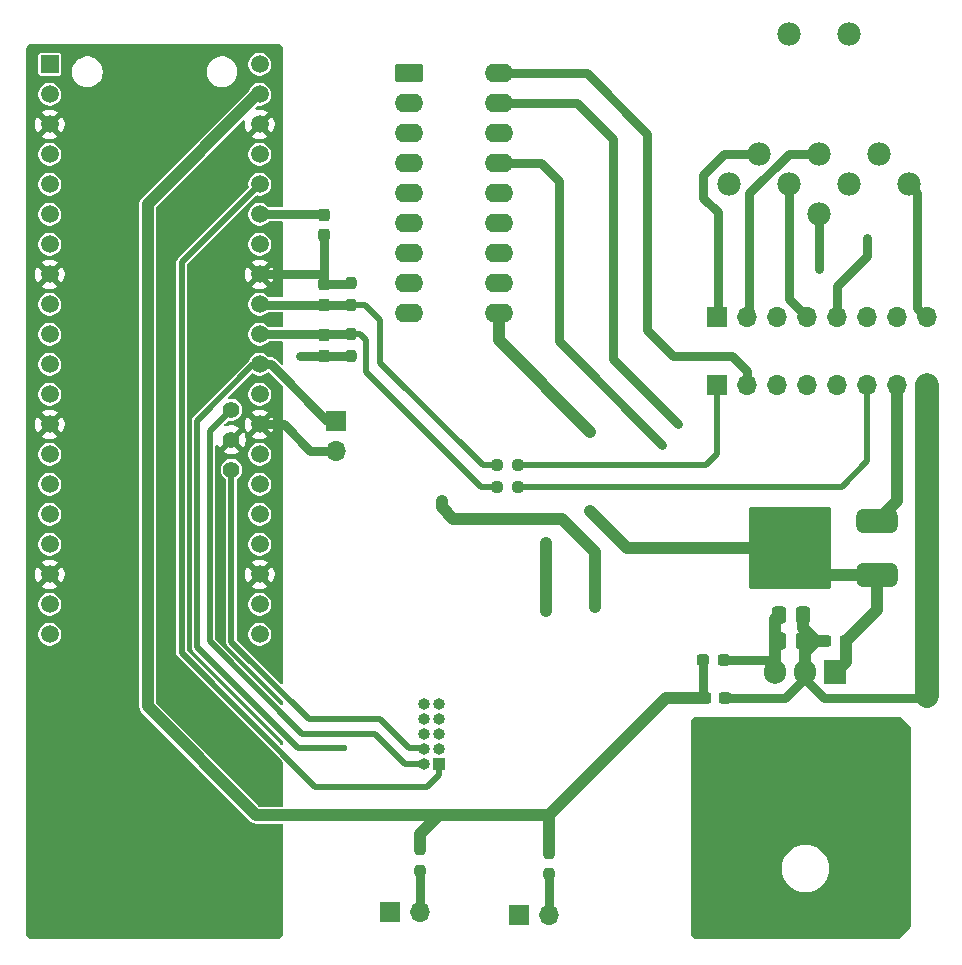
<source format=gbr>
%TF.GenerationSoftware,KiCad,Pcbnew,9.0.0-9.0.0-2~ubuntu24.04.1*%
%TF.CreationDate,2025-03-08T17:31:24+00:00*%
%TF.ProjectId,g5500-net-interface,67353530-302d-46e6-9574-2d696e746572,rev?*%
%TF.SameCoordinates,Original*%
%TF.FileFunction,Copper,L1,Top*%
%TF.FilePolarity,Positive*%
%FSLAX46Y46*%
G04 Gerber Fmt 4.6, Leading zero omitted, Abs format (unit mm)*
G04 Created by KiCad (PCBNEW 9.0.0-9.0.0-2~ubuntu24.04.1) date 2025-03-08 17:31:24*
%MOMM*%
%LPD*%
G01*
G04 APERTURE LIST*
G04 Aperture macros list*
%AMRoundRect*
0 Rectangle with rounded corners*
0 $1 Rounding radius*
0 $2 $3 $4 $5 $6 $7 $8 $9 X,Y pos of 4 corners*
0 Add a 4 corners polygon primitive as box body*
4,1,4,$2,$3,$4,$5,$6,$7,$8,$9,$2,$3,0*
0 Add four circle primitives for the rounded corners*
1,1,$1+$1,$2,$3*
1,1,$1+$1,$4,$5*
1,1,$1+$1,$6,$7*
1,1,$1+$1,$8,$9*
0 Add four rect primitives between the rounded corners*
20,1,$1+$1,$2,$3,$4,$5,0*
20,1,$1+$1,$4,$5,$6,$7,0*
20,1,$1+$1,$6,$7,$8,$9,0*
20,1,$1+$1,$8,$9,$2,$3,0*%
G04 Aperture macros list end*
%TA.AperFunction,SMDPad,CuDef*%
%ADD10RoundRect,0.237500X-0.237500X0.250000X-0.237500X-0.250000X0.237500X-0.250000X0.237500X0.250000X0*%
%TD*%
%TA.AperFunction,ComponentPad*%
%ADD11R,1.700000X1.700000*%
%TD*%
%TA.AperFunction,ComponentPad*%
%ADD12O,1.700000X1.700000*%
%TD*%
%TA.AperFunction,ComponentPad*%
%ADD13R,1.905000X2.000000*%
%TD*%
%TA.AperFunction,ComponentPad*%
%ADD14O,1.905000X2.000000*%
%TD*%
%TA.AperFunction,ComponentPad*%
%ADD15C,1.981200*%
%TD*%
%TA.AperFunction,ComponentPad*%
%ADD16RoundRect,0.250000X-0.950000X-0.550000X0.950000X-0.550000X0.950000X0.550000X-0.950000X0.550000X0*%
%TD*%
%TA.AperFunction,ComponentPad*%
%ADD17O,2.400000X1.600000*%
%TD*%
%TA.AperFunction,ComponentPad*%
%ADD18C,1.508000*%
%TD*%
%TA.AperFunction,ComponentPad*%
%ADD19R,1.508000X1.508000*%
%TD*%
%TA.AperFunction,ComponentPad*%
%ADD20C,1.422400*%
%TD*%
%TA.AperFunction,SMDPad,CuDef*%
%ADD21RoundRect,0.237500X-0.250000X-0.237500X0.250000X-0.237500X0.250000X0.237500X-0.250000X0.237500X0*%
%TD*%
%TA.AperFunction,SMDPad,CuDef*%
%ADD22RoundRect,0.237500X0.237500X-0.250000X0.237500X0.250000X-0.237500X0.250000X-0.237500X-0.250000X0*%
%TD*%
%TA.AperFunction,SMDPad,CuDef*%
%ADD23RoundRect,0.237500X0.287500X0.237500X-0.287500X0.237500X-0.287500X-0.237500X0.287500X-0.237500X0*%
%TD*%
%TA.AperFunction,SMDPad,CuDef*%
%ADD24RoundRect,0.500000X1.250000X0.500000X-1.250000X0.500000X-1.250000X-0.500000X1.250000X-0.500000X0*%
%TD*%
%TA.AperFunction,SMDPad,CuDef*%
%ADD25RoundRect,0.250000X3.250000X3.250000X-3.250000X3.250000X-3.250000X-3.250000X3.250000X-3.250000X0*%
%TD*%
%TA.AperFunction,SMDPad,CuDef*%
%ADD26RoundRect,0.237500X0.237500X-0.300000X0.237500X0.300000X-0.237500X0.300000X-0.237500X-0.300000X0*%
%TD*%
%TA.AperFunction,SMDPad,CuDef*%
%ADD27RoundRect,0.237500X-0.237500X0.300000X-0.237500X-0.300000X0.237500X-0.300000X0.237500X0.300000X0*%
%TD*%
%TA.AperFunction,SMDPad,CuDef*%
%ADD28RoundRect,0.250000X-0.337500X-0.475000X0.337500X-0.475000X0.337500X0.475000X-0.337500X0.475000X0*%
%TD*%
%TA.AperFunction,SMDPad,CuDef*%
%ADD29RoundRect,0.237500X0.300000X0.237500X-0.300000X0.237500X-0.300000X-0.237500X0.300000X-0.237500X0*%
%TD*%
%TA.AperFunction,SMDPad,CuDef*%
%ADD30RoundRect,0.237500X-0.300000X-0.237500X0.300000X-0.237500X0.300000X0.237500X-0.300000X0.237500X0*%
%TD*%
%TA.AperFunction,ComponentPad*%
%ADD31R,1.000000X1.000000*%
%TD*%
%TA.AperFunction,ComponentPad*%
%ADD32O,1.000000X1.000000*%
%TD*%
%TA.AperFunction,ViaPad*%
%ADD33C,0.600000*%
%TD*%
%TA.AperFunction,Conductor*%
%ADD34C,0.500000*%
%TD*%
%TA.AperFunction,Conductor*%
%ADD35C,1.000000*%
%TD*%
%TA.AperFunction,Conductor*%
%ADD36C,0.800000*%
%TD*%
%TA.AperFunction,Conductor*%
%ADD37C,2.000000*%
%TD*%
G04 APERTURE END LIST*
D10*
%TO.P,R6,2*%
%TO.N,Net-(J3-Pin_2)*%
X85775000Y-112100000D03*
%TO.P,R6,1*%
%TO.N,+5V*%
X85775000Y-110275000D03*
%TD*%
%TO.P,R1,1*%
%TO.N,+5V*%
X74875000Y-109975000D03*
%TO.P,R1,2*%
%TO.N,Net-(J4-Pin_2)*%
X74875000Y-111800000D03*
%TD*%
D11*
%TO.P,J6,1,Pin_1*%
%TO.N,Net-(J6-Pin_1)*%
X100050000Y-64970000D03*
D12*
%TO.P,J6,2,Pin_2*%
%TO.N,Net-(J6-Pin_2)*%
X102590000Y-64970000D03*
%TO.P,J6,3,Pin_3*%
%TO.N,Net-(J6-Pin_3)*%
X105130000Y-64970000D03*
%TO.P,J6,4,Pin_4*%
%TO.N,Net-(J6-Pin_4)*%
X107670000Y-64970000D03*
%TO.P,J6,5,Pin_5*%
%TO.N,Net-(J6-Pin_5)*%
X110210000Y-64970000D03*
%TO.P,J6,6,Pin_6*%
%TO.N,Net-(J6-Pin_6)*%
X112750000Y-64970000D03*
%TO.P,J6,7,Pin_7*%
%TO.N,Net-(J6-Pin_7)*%
X115290000Y-64970000D03*
%TO.P,J6,8,Pin_8*%
%TO.N,Net-(J6-Pin_8)*%
X117830000Y-64970000D03*
%TD*%
D11*
%TO.P,J5,1,Pin_1*%
%TO.N,/EXT_EL_VRAW*%
X100050000Y-70670000D03*
D12*
%TO.P,J5,2,Pin_2*%
%TO.N,/EXT_AZ_CW*%
X102590000Y-70670000D03*
%TO.P,J5,3,Pin_3*%
%TO.N,/EXT_EL_UP*%
X105130000Y-70670000D03*
%TO.P,J5,4,Pin_4*%
%TO.N,/EXT_AZ_CCW*%
X107670000Y-70670000D03*
%TO.P,J5,5,Pin_5*%
%TO.N,/EXT_EL_DN*%
X110210000Y-70670000D03*
%TO.P,J5,6,Pin_6*%
%TO.N,/EXT_AZ_VRAW*%
X112750000Y-70670000D03*
%TO.P,J5,7,Pin_7*%
%TO.N,VDC*%
X115290000Y-70670000D03*
%TO.P,J5,8,Pin_8*%
%TO.N,GND*%
X117830000Y-70670000D03*
%TD*%
D13*
%TO.P,U3,1,VI*%
%TO.N,+12V*%
X110040000Y-94970000D03*
D14*
%TO.P,U3,2,GND*%
%TO.N,GND*%
X107500000Y-94970000D03*
%TO.P,U3,3,VO*%
%TO.N,Net-(U3-VO)*%
X104960000Y-94970000D03*
%TD*%
D15*
%TO.P,J2,2*%
%TO.N,Net-(J6-Pin_2)*%
X108630000Y-51150000D03*
%TO.P,J2,1*%
%TO.N,Net-(J6-Pin_1)*%
X103550000Y-51150000D03*
%TO.P,J2,3*%
%TO.N,Net-(J6-Pin_3)*%
X113710000Y-51150000D03*
%TO.P,J2,4*%
%TO.N,Net-(J6-Pin_4)*%
X106090000Y-53690000D03*
%TO.P,J2,5*%
%TO.N,Net-(J6-Pin_5)*%
X111170000Y-53690000D03*
%TO.P,J2,8*%
%TO.N,Net-(J6-Pin_8)*%
X116250000Y-53690000D03*
%TO.P,J2,6*%
%TO.N,Net-(J6-Pin_6)*%
X108630000Y-56230000D03*
%TO.P,J2,7*%
%TO.N,Net-(J6-Pin_7)*%
X101010000Y-53690000D03*
%TO.P,J2,PE@*%
%TO.N,N/C*%
X106090000Y-40990000D03*
%TO.P,J2,PE*%
X111170000Y-40990000D03*
%TD*%
D16*
%TO.P,U4,1,I1*%
%TO.N,/AZ_CW*%
X73900000Y-44300000D03*
D17*
%TO.P,U4,2,I2*%
%TO.N,/AZ_CCW*%
X73900000Y-46840000D03*
%TO.P,U4,3,I3*%
%TO.N,/EL_UP*%
X73900000Y-49380000D03*
%TO.P,U4,4,I4*%
%TO.N,/EL_DN*%
X73900000Y-51920000D03*
%TO.P,U4,5,I5*%
%TO.N,/LED_1*%
X73900000Y-54460000D03*
%TO.P,U4,6,I6*%
%TO.N,/LED_2*%
X73900000Y-57000000D03*
%TO.P,U4,7,I7*%
%TO.N,unconnected-(U4-I7-Pad7)*%
X73900000Y-59540000D03*
%TO.P,U4,8,I8*%
%TO.N,unconnected-(U4-I8-Pad8)*%
X73900000Y-62080000D03*
%TO.P,U4,9,GND*%
%TO.N,GND*%
X73900000Y-64620000D03*
%TO.P,U4,10,COM*%
%TO.N,+12V*%
X81520000Y-64620000D03*
%TO.P,U4,11,O8*%
%TO.N,unconnected-(U4-O8-Pad11)*%
X81520000Y-62080000D03*
%TO.P,U4,12,O7*%
%TO.N,unconnected-(U4-O7-Pad12)*%
X81520000Y-59540000D03*
%TO.P,U4,13,O6*%
%TO.N,Net-(J4-Pin_1)*%
X81520000Y-57000000D03*
%TO.P,U4,14,O5*%
%TO.N,Net-(J3-Pin_1)*%
X81520000Y-54460000D03*
%TO.P,U4,15,O4*%
%TO.N,/EXT_EL_DN*%
X81520000Y-51920000D03*
%TO.P,U4,16,O3*%
%TO.N,/EXT_EL_UP*%
X81520000Y-49380000D03*
%TO.P,U4,17,O2*%
%TO.N,/EXT_AZ_CCW*%
X81520000Y-46840000D03*
%TO.P,U4,18,O1*%
%TO.N,/EXT_AZ_CW*%
X81520000Y-44300000D03*
%TD*%
D18*
%TO.P,U1,21,GP16*%
%TO.N,unconnected-(U1-GP16-Pad21)*%
X61300000Y-91800000D03*
%TO.P,U1,20,GP15*%
%TO.N,unconnected-(U1-GP15-Pad20)*%
X43520000Y-91800000D03*
%TO.P,U1,22,GP17*%
%TO.N,unconnected-(U1-GP17-Pad22)*%
X61300000Y-89259970D03*
%TO.P,U1,19,GP14*%
%TO.N,unconnected-(U1-GP14-Pad19)*%
X43520000Y-89259970D03*
%TO.P,U1,23,GND*%
%TO.N,GND*%
X61300000Y-86719970D03*
%TO.P,U1,18,GND*%
X43520000Y-86719970D03*
%TO.P,U1,24,GP18*%
%TO.N,unconnected-(U1-GP18-Pad24)*%
X61300000Y-84179970D03*
%TO.P,U1,17,GP13*%
%TO.N,unconnected-(U1-GP13-Pad17)*%
X43520000Y-84179970D03*
%TO.P,U1,25,GP19*%
%TO.N,unconnected-(U1-GP19-Pad25)*%
X61300000Y-81639970D03*
%TO.P,U1,16,GP12*%
%TO.N,unconnected-(U1-GP12-Pad16)*%
X43520000Y-81639970D03*
%TO.P,U1,26,GP20*%
%TO.N,unconnected-(U1-GP20-Pad26)*%
X61300000Y-79099969D03*
%TO.P,U1,15,GP11*%
%TO.N,unconnected-(U1-GP11-Pad15)*%
X43520000Y-79099969D03*
%TO.P,U1,27,GP21*%
%TO.N,unconnected-(U1-GP21-Pad27)*%
X61300000Y-76559970D03*
%TO.P,U1,14,GP10*%
%TO.N,unconnected-(U1-GP10-Pad14)*%
X43520000Y-76559970D03*
%TO.P,U1,28,GND*%
%TO.N,GND*%
X61300000Y-74019970D03*
%TO.P,U1,13,GND*%
X43520000Y-74019970D03*
%TO.P,U1,29,GP22*%
%TO.N,unconnected-(U1-GP22-Pad29)*%
X61300000Y-71479970D03*
%TO.P,U1,12,GP9*%
%TO.N,unconnected-(U1-GP9-Pad12)*%
X43520000Y-71479970D03*
%TO.P,U1,30,~{RUN}*%
%TO.N,/nRUN*%
X61300000Y-68940000D03*
%TO.P,U1,11,GP8*%
%TO.N,unconnected-(U1-GP8-Pad11)*%
X43520000Y-68940000D03*
%TO.P,U1,31,GP26*%
%TO.N,/AZ_ADC*%
X61300000Y-66400000D03*
%TO.P,U1,10,GP7*%
%TO.N,/LED_2*%
X43520000Y-66400000D03*
%TO.P,U1,32,GP27*%
%TO.N,/EL_ADC*%
X61300000Y-63860000D03*
%TO.P,U1,9,GP6*%
%TO.N,/LED_1*%
X43520000Y-63860000D03*
%TO.P,U1,33,GND*%
%TO.N,GND*%
X61300000Y-61320000D03*
%TO.P,U1,8,GND*%
X43520000Y-61320000D03*
%TO.P,U1,34,GP28*%
%TO.N,unconnected-(U1-GP28-Pad34)*%
X61300000Y-58780000D03*
%TO.P,U1,7,GP5*%
%TO.N,/EL_DN*%
X43520000Y-58780000D03*
%TO.P,U1,35,ADC_VREF*%
%TO.N,Net-(U1-ADC_VREF)*%
X61300000Y-56240000D03*
%TO.P,U1,6,GP4*%
%TO.N,/EL_UP*%
X43520000Y-56240000D03*
%TO.P,U1,36,3V3*%
%TO.N,+3.3V*%
X61300000Y-53700000D03*
%TO.P,U1,5,GP3*%
%TO.N,/AZ_CCW*%
X43520000Y-53700000D03*
%TO.P,U1,37,3V3_EN*%
%TO.N,unconnected-(U1-3V3_EN-Pad37)*%
X61300000Y-51160000D03*
%TO.P,U1,4,GP2*%
%TO.N,/AZ_CW*%
X43520000Y-51160000D03*
%TO.P,U1,38,GND*%
%TO.N,GND*%
X61300000Y-48620000D03*
%TO.P,U1,3,GND*%
X43520000Y-48620000D03*
%TO.P,U1,39,VSYS*%
%TO.N,+5V*%
X61300000Y-46080000D03*
%TO.P,U1,2,GP1*%
%TO.N,unconnected-(U1-GP1-Pad2)*%
X43520000Y-46080000D03*
%TO.P,U1,40,VBUS*%
%TO.N,unconnected-(U1-VBUS-Pad40)*%
X61300000Y-43540000D03*
D19*
%TO.P,U1,1,GP0*%
%TO.N,unconnected-(U1-GP0-Pad1)*%
X43520000Y-43540000D03*
D20*
%TO.P,U1,41,SWCLK*%
%TO.N,/SWDCLK*%
X58910120Y-77870100D03*
%TO.P,U1,42,GND*%
%TO.N,GND*%
X58910120Y-75330100D03*
%TO.P,U1,43,SWDIO*%
%TO.N,/SWDIO*%
X58910120Y-72790100D03*
%TD*%
D10*
%TO.P,R5,1*%
%TO.N,GND*%
X69000000Y-62050000D03*
%TO.P,R5,2*%
%TO.N,/EL_ADC*%
X69000000Y-63875000D03*
%TD*%
D21*
%TO.P,R4,1*%
%TO.N,/EL_ADC*%
X81375000Y-77500000D03*
%TO.P,R4,2*%
%TO.N,/EXT_EL_VRAW*%
X83200000Y-77500000D03*
%TD*%
D22*
%TO.P,R3,1*%
%TO.N,GND*%
X69000000Y-68200000D03*
%TO.P,R3,2*%
%TO.N,/AZ_ADC*%
X69000000Y-66375000D03*
%TD*%
D21*
%TO.P,R2,2*%
%TO.N,/EXT_AZ_VRAW*%
X83200000Y-79300000D03*
%TO.P,R2,1*%
%TO.N,/AZ_ADC*%
X81375000Y-79300000D03*
%TD*%
D11*
%TO.P,J4,1,Pin_1*%
%TO.N,Net-(J4-Pin_1)*%
X72335000Y-115300000D03*
D12*
%TO.P,J4,2,Pin_2*%
%TO.N,Net-(J4-Pin_2)*%
X74875000Y-115300000D03*
%TD*%
D11*
%TO.P,J3,1,Pin_1*%
%TO.N,Net-(J3-Pin_1)*%
X83235000Y-115600000D03*
D12*
%TO.P,J3,2,Pin_2*%
%TO.N,Net-(J3-Pin_2)*%
X85775000Y-115600000D03*
%TD*%
D11*
%TO.P,J1,1,Pin_1*%
%TO.N,/nRUN*%
X67800000Y-73735000D03*
D12*
%TO.P,J1,2,Pin_2*%
%TO.N,GND*%
X67800000Y-76275000D03*
%TD*%
D23*
%TO.P,FB1,1*%
%TO.N,Net-(U3-VO)*%
X100600000Y-94000000D03*
%TO.P,FB1,2*%
%TO.N,+5V*%
X98850000Y-94000000D03*
%TD*%
D24*
%TO.P,D1,1,K*%
%TO.N,+12V*%
X113575000Y-86770000D03*
D25*
X106175000Y-84470000D03*
D24*
%TO.P,D1,2,A*%
%TO.N,VDC*%
X113575000Y-82190000D03*
%TD*%
D26*
%TO.P,C8,1*%
%TO.N,/EL_ADC*%
X66700000Y-63875000D03*
%TO.P,C8,2*%
%TO.N,GND*%
X66700000Y-62150000D03*
%TD*%
D27*
%TO.P,C7,1*%
%TO.N,/AZ_ADC*%
X66700000Y-66475000D03*
%TO.P,C7,2*%
%TO.N,GND*%
X66700000Y-68200000D03*
%TD*%
D28*
%TO.P,C5,1*%
%TO.N,Net-(U3-VO)*%
X105225000Y-92400000D03*
%TO.P,C5,2*%
%TO.N,GND*%
X107300000Y-92400000D03*
%TD*%
%TO.P,C4,1*%
%TO.N,Net-(U3-VO)*%
X105225000Y-90200000D03*
%TO.P,C4,2*%
%TO.N,GND*%
X107300000Y-90200000D03*
%TD*%
D29*
%TO.P,C3,1*%
%TO.N,+12V*%
X110900000Y-92400000D03*
%TO.P,C3,2*%
%TO.N,GND*%
X109175000Y-92400000D03*
%TD*%
D30*
%TO.P,C2,1*%
%TO.N,+5V*%
X98975000Y-97200000D03*
%TO.P,C2,2*%
%TO.N,GND*%
X100700000Y-97200000D03*
%TD*%
D27*
%TO.P,C1,1*%
%TO.N,Net-(U1-ADC_VREF)*%
X66700000Y-56300000D03*
%TO.P,C1,2*%
%TO.N,GND*%
X66700000Y-58025000D03*
%TD*%
D31*
%TO.P,J7,1,Pin_1*%
%TO.N,+3.3V*%
X76450000Y-102740000D03*
D32*
%TO.P,J7,2,Pin_2*%
%TO.N,/SWDIO*%
X75180000Y-102740000D03*
%TO.P,J7,3,Pin_3*%
%TO.N,GND*%
X76450000Y-101470000D03*
%TO.P,J7,4,Pin_4*%
%TO.N,/SWDCLK*%
X75180000Y-101470000D03*
%TO.P,J7,5,Pin_5*%
%TO.N,GND*%
X76450000Y-100200000D03*
%TO.P,J7,6,Pin_6*%
%TO.N,unconnected-(J7-Pin_6-Pad6)*%
X75180000Y-100200000D03*
%TO.P,J7,7,Pin_7*%
%TO.N,unconnected-(J7-Pin_7-Pad7)*%
X76450000Y-98930000D03*
%TO.P,J7,8,Pin_8*%
%TO.N,unconnected-(J7-Pin_8-Pad8)*%
X75180000Y-98930000D03*
%TO.P,J7,9,Pin_9*%
%TO.N,unconnected-(J7-Pin_9-Pad9)*%
X76450000Y-97660000D03*
%TO.P,J7,10,Pin_10*%
%TO.N,/nRUN*%
X75180000Y-97660000D03*
%TD*%
D33*
%TO.N,/nRUN*%
X68450000Y-101400000D03*
%TO.N,Net-(J3-Pin_1)*%
X76700000Y-80500000D03*
X89700000Y-89500000D03*
%TO.N,Net-(J4-Pin_1)*%
X85500000Y-84100000D03*
X85500000Y-89800000D03*
%TO.N,+12V*%
X89300000Y-81400000D03*
X89300000Y-74700000D03*
%TO.N,/EXT_EL_DN*%
X95400000Y-75800000D03*
%TO.N,/EXT_AZ_CCW*%
X96700000Y-74000000D03*
%TO.N,GND*%
X64700000Y-68200000D03*
%TO.N,VDC*%
X113575000Y-82190000D03*
%TO.N,Net-(J6-Pin_6)*%
X108630000Y-60850000D03*
%TO.N,Net-(J6-Pin_5)*%
X112750000Y-58270000D03*
%TD*%
D34*
%TO.N,/nRUN*%
X64500000Y-101400000D02*
X68450000Y-101400000D01*
X58700000Y-95600000D02*
X64500000Y-101400000D01*
%TO.N,/SWDIO*%
X75180000Y-102740000D02*
X73640000Y-102740000D01*
X73640000Y-102740000D02*
X71100000Y-100200000D01*
X71100000Y-100200000D02*
X64900000Y-100200000D01*
X64900000Y-100200000D02*
X57100000Y-92400000D01*
X57100000Y-92400000D02*
X57100000Y-74600220D01*
X57100000Y-74600220D02*
X58910120Y-72790100D01*
%TO.N,/SWDCLK*%
X58910120Y-77870100D02*
X58910120Y-92460120D01*
X58910120Y-92460120D02*
X65450000Y-99000000D01*
X75160000Y-101450000D02*
X75180000Y-101470000D01*
X65450000Y-99000000D02*
X71500000Y-99000000D01*
X71500000Y-99000000D02*
X73950000Y-101450000D01*
X73950000Y-101450000D02*
X75160000Y-101450000D01*
%TO.N,+3.3V*%
X61300000Y-53700000D02*
X54700000Y-60300000D01*
X54700000Y-60300000D02*
X54700000Y-93400000D01*
X54700000Y-93400000D02*
X66000000Y-104700000D01*
X66000000Y-104700000D02*
X75450000Y-104700000D01*
X75450000Y-104700000D02*
X76450000Y-103700000D01*
X76450000Y-103700000D02*
X76450000Y-102740000D01*
D35*
%TO.N,+5V*%
X76475000Y-107125000D02*
X61025000Y-107125000D01*
X61025000Y-107125000D02*
X51800000Y-97900000D01*
X51800000Y-97900000D02*
X51800000Y-55350000D01*
X51800000Y-55350000D02*
X61070000Y-46080000D01*
X61070000Y-46080000D02*
X61300000Y-46080000D01*
%TO.N,Net-(J3-Pin_1)*%
X89700000Y-89500000D02*
X89700000Y-84800000D01*
X89700000Y-84800000D02*
X86900000Y-82000000D01*
X86900000Y-82000000D02*
X77700000Y-82000000D01*
X77700000Y-82000000D02*
X76700000Y-81000000D01*
X76700000Y-81000000D02*
X76700000Y-80500000D01*
%TO.N,+12V*%
X89300000Y-81400000D02*
X92370000Y-84470000D01*
X92370000Y-84470000D02*
X106175000Y-84470000D01*
%TO.N,Net-(J4-Pin_1)*%
X85500000Y-84100000D02*
X85500000Y-89800000D01*
%TO.N,+5V*%
X74875000Y-109975000D02*
X74875000Y-108725000D01*
X74875000Y-108725000D02*
X76475000Y-107125000D01*
X76475000Y-107125000D02*
X85775000Y-107125000D01*
X85775000Y-110275000D02*
X85775000Y-107125000D01*
X85775000Y-107125000D02*
X95700000Y-97200000D01*
X95700000Y-97200000D02*
X98975000Y-97200000D01*
%TO.N,+12V*%
X81520000Y-66920000D02*
X81520000Y-64620000D01*
X89300000Y-74700000D02*
X81520000Y-66920000D01*
D34*
%TO.N,/EXT_EL_VRAW*%
X83200000Y-77500000D02*
X99100000Y-77500000D01*
X99100000Y-77500000D02*
X100050000Y-76550000D01*
X100050000Y-76550000D02*
X100050000Y-70670000D01*
D36*
%TO.N,/EXT_EL_DN*%
X81520000Y-51920000D02*
X85120000Y-51920000D01*
X85120000Y-51920000D02*
X86600000Y-53400000D01*
X86600000Y-53400000D02*
X86600000Y-67000000D01*
X86600000Y-67000000D02*
X95400000Y-75800000D01*
%TO.N,/EXT_AZ_CCW*%
X91200000Y-68500000D02*
X96700000Y-74000000D01*
X91200000Y-49900000D02*
X91200000Y-68500000D01*
X88140000Y-46840000D02*
X91200000Y-49900000D01*
X81520000Y-46840000D02*
X88140000Y-46840000D01*
%TO.N,/EXT_AZ_CW*%
X81520000Y-44300000D02*
X89000000Y-44300000D01*
X94100000Y-49400000D02*
X94100000Y-66000000D01*
X89000000Y-44300000D02*
X94100000Y-49400000D01*
X94100000Y-66000000D02*
X96300000Y-68200000D01*
X96300000Y-68200000D02*
X101322081Y-68200000D01*
X101322081Y-68200000D02*
X102590000Y-69467919D01*
X102590000Y-69467919D02*
X102590000Y-70670000D01*
D34*
%TO.N,/EXT_AZ_VRAW*%
X83200000Y-79300000D02*
X110600000Y-79300000D01*
X110600000Y-79300000D02*
X112750000Y-77150000D01*
X112750000Y-77150000D02*
X112750000Y-70670000D01*
%TO.N,/AZ_ADC*%
X69000000Y-66375000D02*
X69775000Y-66375000D01*
X69775000Y-66375000D02*
X70300000Y-66900000D01*
X70300000Y-66900000D02*
X70300000Y-69600000D01*
X70300000Y-69600000D02*
X80000000Y-79300000D01*
X80000000Y-79300000D02*
X81375000Y-79300000D01*
%TO.N,/EL_ADC*%
X69000000Y-63875000D02*
X70175000Y-63875000D01*
X80200000Y-77500000D02*
X81375000Y-77500000D01*
X70175000Y-63875000D02*
X71500000Y-65200000D01*
X71500000Y-65200000D02*
X71500000Y-68800000D01*
X71500000Y-68800000D02*
X80200000Y-77500000D01*
D36*
%TO.N,Net-(J4-Pin_2)*%
X74875000Y-115300000D02*
X74875000Y-111800000D01*
%TO.N,Net-(J3-Pin_2)*%
X85775000Y-115600000D02*
X85775000Y-112100000D01*
%TO.N,+5V*%
X98850000Y-94000000D02*
X98850000Y-95600000D01*
%TO.N,GND*%
X67800000Y-76275000D02*
X65575000Y-76275000D01*
X65575000Y-76275000D02*
X63319970Y-74019970D01*
X63319970Y-74019970D02*
X61300000Y-74019970D01*
%TO.N,/nRUN*%
X67800000Y-73735000D02*
X67035000Y-73735000D01*
X67035000Y-73735000D02*
X62240000Y-68940000D01*
X62240000Y-68940000D02*
X61300000Y-68940000D01*
%TO.N,GND*%
X64700000Y-68200000D02*
X66700000Y-68200000D01*
X69000000Y-68200000D02*
X66700000Y-68200000D01*
%TO.N,/AZ_ADC*%
X61300000Y-66400000D02*
X68975000Y-66400000D01*
X68975000Y-66400000D02*
X69000000Y-66375000D01*
%TO.N,/EL_ADC*%
X69000000Y-63875000D02*
X66500000Y-63875000D01*
X66700000Y-63875000D02*
X66500000Y-63875000D01*
X66500000Y-63875000D02*
X61315000Y-63875000D01*
X61315000Y-63875000D02*
X61300000Y-63860000D01*
%TO.N,GND*%
X66700000Y-62150000D02*
X68900000Y-62150000D01*
X68900000Y-62150000D02*
X69000000Y-62050000D01*
X66700000Y-62150000D02*
X66700000Y-61300000D01*
X61300000Y-61320000D02*
X66680000Y-61320000D01*
X66680000Y-61320000D02*
X66700000Y-61300000D01*
X66700000Y-61300000D02*
X66700000Y-58025000D01*
%TO.N,Net-(U1-ADC_VREF)*%
X61300000Y-56240000D02*
X66640000Y-56240000D01*
X66640000Y-56240000D02*
X66700000Y-56300000D01*
%TO.N,+5V*%
X98850000Y-95600000D02*
X98850000Y-97075000D01*
X98850000Y-97075000D02*
X98975000Y-97200000D01*
D35*
%TO.N,Net-(U3-VO)*%
X104960000Y-94970000D02*
X104960000Y-93900000D01*
D36*
X100600000Y-94000000D02*
X104860000Y-94000000D01*
X104860000Y-94000000D02*
X104960000Y-93900000D01*
%TO.N,GND*%
X107500000Y-94970000D02*
X107500000Y-95600000D01*
X107500000Y-95600000D02*
X109100000Y-97200000D01*
X109100000Y-97200000D02*
X117630000Y-97200000D01*
X117630000Y-97200000D02*
X117830000Y-97000000D01*
D37*
X117830000Y-70670000D02*
X117830000Y-97000000D01*
D36*
X100700000Y-97200000D02*
X105800000Y-97200000D01*
X105800000Y-97200000D02*
X107500000Y-95500000D01*
X107500000Y-95500000D02*
X107500000Y-94970000D01*
D35*
%TO.N,Net-(U3-VO)*%
X104960000Y-93900000D02*
X104960000Y-90465000D01*
X104960000Y-90465000D02*
X105225000Y-90200000D01*
%TO.N,GND*%
X107300000Y-90200000D02*
X107300000Y-91300000D01*
X107300000Y-91300000D02*
X108400000Y-92400000D01*
X107500000Y-94970000D02*
X107500000Y-93300000D01*
X107500000Y-93300000D02*
X108400000Y-92400000D01*
X108400000Y-92400000D02*
X109175000Y-92400000D01*
X107500000Y-94970000D02*
X107500000Y-92600000D01*
X107500000Y-92600000D02*
X107300000Y-92400000D01*
%TO.N,+12V*%
X110900000Y-92400000D02*
X110900000Y-94110000D01*
X110900000Y-94110000D02*
X110040000Y-94970000D01*
X113575000Y-86770000D02*
X113575000Y-89725000D01*
X113575000Y-89725000D02*
X110900000Y-92400000D01*
X113575000Y-86770000D02*
X108475000Y-86770000D01*
X108475000Y-86770000D02*
X106175000Y-84470000D01*
%TO.N,VDC*%
X115290000Y-70670000D02*
X115290000Y-80475000D01*
X115290000Y-80475000D02*
X113575000Y-82190000D01*
D36*
%TO.N,Net-(J6-Pin_1)*%
X100050000Y-64970000D02*
X100090000Y-64930000D01*
X100090000Y-64930000D02*
X100090000Y-56070000D01*
X100090000Y-56070000D02*
X98850000Y-54830000D01*
X100570000Y-51150000D02*
X103550000Y-51150000D01*
X98850000Y-54830000D02*
X98850000Y-52870000D01*
X98850000Y-52870000D02*
X100570000Y-51150000D01*
%TO.N,Net-(J6-Pin_5)*%
X112750000Y-58270000D02*
X112750000Y-59810000D01*
X112750000Y-59810000D02*
X110210000Y-62350000D01*
X110210000Y-62350000D02*
X110210000Y-64970000D01*
%TO.N,Net-(J6-Pin_8)*%
X117830000Y-64970000D02*
X116990000Y-64130000D01*
X116990000Y-64130000D02*
X116990000Y-54430000D01*
X116990000Y-54430000D02*
X116250000Y-53690000D01*
%TO.N,Net-(J6-Pin_2)*%
X102590000Y-64970000D02*
X102750000Y-64810000D01*
X106070000Y-51150000D02*
X108630000Y-51150000D01*
X102750000Y-64810000D02*
X102750000Y-54470000D01*
X102750000Y-54470000D02*
X106070000Y-51150000D01*
%TO.N,Net-(J6-Pin_6)*%
X108630000Y-56230000D02*
X108630000Y-60850000D01*
%TO.N,Net-(J6-Pin_4)*%
X107670000Y-64970000D02*
X106090000Y-63390000D01*
X106090000Y-63390000D02*
X106090000Y-53690000D01*
D34*
%TO.N,/nRUN*%
X56000000Y-92900000D02*
X58700000Y-95600000D01*
X56000000Y-73700000D02*
X56000000Y-92900000D01*
X60760000Y-68940000D02*
X56000000Y-73700000D01*
X61300000Y-68940000D02*
X60760000Y-68940000D01*
%TD*%
%TA.AperFunction,NonConductor*%
G36*
X115615677Y-98819685D02*
G01*
X115636319Y-98836319D01*
X116363681Y-99563681D01*
X116397166Y-99625004D01*
X116400000Y-99651362D01*
X116400000Y-116548638D01*
X116380315Y-116615677D01*
X116363681Y-116636319D01*
X115436319Y-117563681D01*
X115374996Y-117597166D01*
X115348638Y-117600000D01*
X98251362Y-117600000D01*
X98184323Y-117580315D01*
X98163681Y-117563681D01*
X97836319Y-117236319D01*
X97802834Y-117174996D01*
X97800000Y-117148638D01*
X97800000Y-111498872D01*
X105499500Y-111498872D01*
X105499500Y-111761127D01*
X105526123Y-111963339D01*
X105533730Y-112021116D01*
X105601602Y-112274418D01*
X105601605Y-112274428D01*
X105701953Y-112516690D01*
X105701958Y-112516700D01*
X105833075Y-112743803D01*
X105992718Y-112951851D01*
X105992726Y-112951860D01*
X106178140Y-113137274D01*
X106178148Y-113137281D01*
X106386196Y-113296924D01*
X106613299Y-113428041D01*
X106613309Y-113428046D01*
X106855571Y-113528394D01*
X106855581Y-113528398D01*
X107108884Y-113596270D01*
X107368880Y-113630500D01*
X107368887Y-113630500D01*
X107631113Y-113630500D01*
X107631120Y-113630500D01*
X107891116Y-113596270D01*
X108144419Y-113528398D01*
X108386697Y-113428043D01*
X108613803Y-113296924D01*
X108821851Y-113137282D01*
X108821855Y-113137277D01*
X108821860Y-113137274D01*
X109007274Y-112951860D01*
X109007277Y-112951855D01*
X109007282Y-112951851D01*
X109166924Y-112743803D01*
X109298043Y-112516697D01*
X109398398Y-112274419D01*
X109466270Y-112021116D01*
X109500500Y-111761120D01*
X109500500Y-111498880D01*
X109466270Y-111238884D01*
X109398398Y-110985581D01*
X109398394Y-110985571D01*
X109298046Y-110743309D01*
X109298041Y-110743299D01*
X109166924Y-110516196D01*
X109007281Y-110308148D01*
X109007274Y-110308140D01*
X108821860Y-110122726D01*
X108821851Y-110122718D01*
X108613803Y-109963075D01*
X108386700Y-109831958D01*
X108386690Y-109831953D01*
X108144428Y-109731605D01*
X108144421Y-109731603D01*
X108144419Y-109731602D01*
X107891116Y-109663730D01*
X107833339Y-109656123D01*
X107631127Y-109629500D01*
X107631120Y-109629500D01*
X107368880Y-109629500D01*
X107368872Y-109629500D01*
X107137772Y-109659926D01*
X107108884Y-109663730D01*
X106855581Y-109731602D01*
X106855571Y-109731605D01*
X106613309Y-109831953D01*
X106613299Y-109831958D01*
X106386196Y-109963075D01*
X106178148Y-110122718D01*
X105992718Y-110308148D01*
X105833075Y-110516196D01*
X105701958Y-110743299D01*
X105701953Y-110743309D01*
X105601605Y-110985571D01*
X105601602Y-110985581D01*
X105533730Y-111238885D01*
X105499500Y-111498872D01*
X97800000Y-111498872D01*
X97800000Y-99151362D01*
X97819685Y-99084323D01*
X97836319Y-99063681D01*
X98063681Y-98836319D01*
X98125004Y-98802834D01*
X98151362Y-98800000D01*
X115548638Y-98800000D01*
X115615677Y-98819685D01*
G37*
%TD.AperFunction*%
%TA.AperFunction,Conductor*%
%TO.N,GND*%
G36*
X62808059Y-41801061D02*
G01*
X62913223Y-41814906D01*
X62944491Y-41823284D01*
X63034918Y-41860740D01*
X63062952Y-41876925D01*
X63140602Y-41936509D01*
X63163491Y-41959398D01*
X63223074Y-42037048D01*
X63239259Y-42065081D01*
X63276715Y-42155508D01*
X63285093Y-42186775D01*
X63298939Y-42291939D01*
X63300000Y-42308125D01*
X63300000Y-55515500D01*
X63280315Y-55582539D01*
X63227511Y-55628294D01*
X63176000Y-55639500D01*
X62100728Y-55639500D01*
X62033689Y-55619815D01*
X62013051Y-55603185D01*
X61908458Y-55498592D01*
X61908457Y-55498591D01*
X61908456Y-55498590D01*
X61752131Y-55394136D01*
X61752118Y-55394129D01*
X61578421Y-55322182D01*
X61578409Y-55322179D01*
X61394013Y-55285500D01*
X61394010Y-55285500D01*
X61205990Y-55285500D01*
X61205987Y-55285500D01*
X61021590Y-55322179D01*
X61021578Y-55322182D01*
X60847881Y-55394129D01*
X60847868Y-55394136D01*
X60691542Y-55498591D01*
X60691538Y-55498594D01*
X60558594Y-55631538D01*
X60558591Y-55631542D01*
X60454136Y-55787868D01*
X60454129Y-55787881D01*
X60382182Y-55961578D01*
X60382179Y-55961590D01*
X60345500Y-56145985D01*
X60345500Y-56334014D01*
X60382179Y-56518409D01*
X60382182Y-56518421D01*
X60454129Y-56692118D01*
X60454136Y-56692131D01*
X60558591Y-56848457D01*
X60558594Y-56848461D01*
X60691538Y-56981405D01*
X60691542Y-56981408D01*
X60847868Y-57085863D01*
X60847881Y-57085870D01*
X61021578Y-57157817D01*
X61021583Y-57157819D01*
X61205985Y-57194499D01*
X61205988Y-57194500D01*
X61205990Y-57194500D01*
X61394012Y-57194500D01*
X61394013Y-57194499D01*
X61578417Y-57157819D01*
X61752125Y-57085867D01*
X61908458Y-56981408D01*
X62013048Y-56876817D01*
X62074369Y-56843334D01*
X62100728Y-56840500D01*
X63176000Y-56840500D01*
X63243039Y-56860185D01*
X63288794Y-56912989D01*
X63300000Y-56964500D01*
X63300000Y-63150500D01*
X63280315Y-63217539D01*
X63227511Y-63263294D01*
X63176000Y-63274500D01*
X62115729Y-63274500D01*
X62048690Y-63254815D01*
X62028048Y-63238181D01*
X61908461Y-63118594D01*
X61908457Y-63118591D01*
X61752131Y-63014136D01*
X61752118Y-63014129D01*
X61578421Y-62942182D01*
X61578409Y-62942179D01*
X61394013Y-62905500D01*
X61394010Y-62905500D01*
X61205990Y-62905500D01*
X61205987Y-62905500D01*
X61021590Y-62942179D01*
X61021578Y-62942182D01*
X60847881Y-63014129D01*
X60847868Y-63014136D01*
X60691542Y-63118591D01*
X60691538Y-63118594D01*
X60558594Y-63251538D01*
X60558591Y-63251542D01*
X60454136Y-63407868D01*
X60454129Y-63407881D01*
X60382182Y-63581578D01*
X60382179Y-63581590D01*
X60345500Y-63765985D01*
X60345500Y-63954014D01*
X60382179Y-64138409D01*
X60382182Y-64138421D01*
X60454129Y-64312118D01*
X60454136Y-64312131D01*
X60558591Y-64468457D01*
X60558594Y-64468461D01*
X60691538Y-64601405D01*
X60691542Y-64601408D01*
X60847868Y-64705863D01*
X60847881Y-64705870D01*
X61021578Y-64777817D01*
X61021583Y-64777819D01*
X61205985Y-64814499D01*
X61205988Y-64814500D01*
X61205990Y-64814500D01*
X61394012Y-64814500D01*
X61394013Y-64814499D01*
X61578417Y-64777819D01*
X61752125Y-64705867D01*
X61908458Y-64601408D01*
X61998048Y-64511817D01*
X62059369Y-64478334D01*
X62085728Y-64475500D01*
X63176000Y-64475500D01*
X63243039Y-64495185D01*
X63288794Y-64547989D01*
X63300000Y-64599500D01*
X63300000Y-65675500D01*
X63280315Y-65742539D01*
X63227511Y-65788294D01*
X63176000Y-65799500D01*
X62100728Y-65799500D01*
X62033689Y-65779815D01*
X62013051Y-65763185D01*
X61908458Y-65658592D01*
X61908457Y-65658591D01*
X61908456Y-65658590D01*
X61752131Y-65554136D01*
X61752118Y-65554129D01*
X61578421Y-65482182D01*
X61578409Y-65482179D01*
X61394013Y-65445500D01*
X61394010Y-65445500D01*
X61205990Y-65445500D01*
X61205987Y-65445500D01*
X61021590Y-65482179D01*
X61021578Y-65482182D01*
X60847881Y-65554129D01*
X60847868Y-65554136D01*
X60691542Y-65658591D01*
X60691538Y-65658594D01*
X60558594Y-65791538D01*
X60558591Y-65791542D01*
X60454136Y-65947868D01*
X60454129Y-65947881D01*
X60382182Y-66121578D01*
X60382179Y-66121590D01*
X60345500Y-66305985D01*
X60345500Y-66494014D01*
X60382179Y-66678409D01*
X60382182Y-66678421D01*
X60454129Y-66852118D01*
X60454136Y-66852131D01*
X60558591Y-67008457D01*
X60558594Y-67008461D01*
X60691538Y-67141405D01*
X60691542Y-67141408D01*
X60847868Y-67245863D01*
X60847881Y-67245870D01*
X61021578Y-67317817D01*
X61021583Y-67317819D01*
X61205985Y-67354499D01*
X61205988Y-67354500D01*
X61205990Y-67354500D01*
X61394012Y-67354500D01*
X61394013Y-67354499D01*
X61578417Y-67317819D01*
X61752125Y-67245867D01*
X61908458Y-67141408D01*
X62013048Y-67036817D01*
X62074369Y-67003334D01*
X62100728Y-67000500D01*
X63176000Y-67000500D01*
X63243039Y-67020185D01*
X63288794Y-67072989D01*
X63300000Y-67124500D01*
X63300000Y-68851403D01*
X63280315Y-68918442D01*
X63227511Y-68964197D01*
X63158353Y-68974141D01*
X63094797Y-68945116D01*
X63088319Y-68939084D01*
X62727590Y-68578355D01*
X62727588Y-68578352D01*
X62608717Y-68459481D01*
X62608716Y-68459480D01*
X62521904Y-68409360D01*
X62521904Y-68409359D01*
X62521900Y-68409358D01*
X62471785Y-68380423D01*
X62319057Y-68339499D01*
X62160943Y-68339499D01*
X62153347Y-68339499D01*
X62153331Y-68339500D01*
X62100728Y-68339500D01*
X62033689Y-68319815D01*
X62013051Y-68303185D01*
X61908458Y-68198592D01*
X61908457Y-68198591D01*
X61908456Y-68198590D01*
X61752131Y-68094136D01*
X61752118Y-68094129D01*
X61578421Y-68022182D01*
X61578409Y-68022179D01*
X61394013Y-67985500D01*
X61394010Y-67985500D01*
X61205990Y-67985500D01*
X61205987Y-67985500D01*
X61021590Y-68022179D01*
X61021578Y-68022182D01*
X60847881Y-68094129D01*
X60847868Y-68094136D01*
X60691542Y-68198591D01*
X60691538Y-68198594D01*
X60558594Y-68331538D01*
X60558591Y-68331542D01*
X60454136Y-68487868D01*
X60454129Y-68487881D01*
X60379850Y-68667210D01*
X60378485Y-68666644D01*
X60351886Y-68711009D01*
X55639513Y-73423383D01*
X55639509Y-73423389D01*
X55580201Y-73526112D01*
X55580200Y-73526117D01*
X55549500Y-73640691D01*
X55549500Y-92959308D01*
X55570990Y-93039510D01*
X55580201Y-93073888D01*
X55609856Y-93125250D01*
X55639511Y-93176614D01*
X55639513Y-93176616D01*
X58430451Y-95967555D01*
X58430456Y-95967559D01*
X63263682Y-100800785D01*
X63278384Y-100827711D01*
X63294977Y-100853530D01*
X63295868Y-100859730D01*
X63297166Y-100862107D01*
X63300000Y-100888465D01*
X63300000Y-101063535D01*
X63280315Y-101130574D01*
X63227511Y-101176329D01*
X63158353Y-101186273D01*
X63094797Y-101157248D01*
X63088319Y-101151216D01*
X55186819Y-93249716D01*
X55153334Y-93188393D01*
X55150500Y-93162035D01*
X55150500Y-61221302D01*
X60046000Y-61221302D01*
X60046000Y-61418697D01*
X60076876Y-61613646D01*
X60137873Y-61801373D01*
X60227483Y-61977239D01*
X60253457Y-62012988D01*
X60253457Y-62012989D01*
X60817037Y-61449409D01*
X60834075Y-61512993D01*
X60899901Y-61627007D01*
X60992993Y-61720099D01*
X61107007Y-61785925D01*
X61170590Y-61802962D01*
X60607009Y-62366541D01*
X60607010Y-62366542D01*
X60642755Y-62392512D01*
X60642768Y-62392520D01*
X60818626Y-62482126D01*
X61006353Y-62543123D01*
X61201303Y-62574000D01*
X61398697Y-62574000D01*
X61593646Y-62543123D01*
X61781373Y-62482126D01*
X61957241Y-62392516D01*
X61992988Y-62366543D01*
X61992988Y-62366541D01*
X61429410Y-61802962D01*
X61492993Y-61785925D01*
X61607007Y-61720099D01*
X61700099Y-61627007D01*
X61765925Y-61512993D01*
X61782962Y-61449409D01*
X62346541Y-62012988D01*
X62346543Y-62012988D01*
X62372516Y-61977241D01*
X62462126Y-61801373D01*
X62523123Y-61613646D01*
X62554000Y-61418697D01*
X62554000Y-61221302D01*
X62523123Y-61026353D01*
X62462126Y-60838626D01*
X62372520Y-60662768D01*
X62372512Y-60662755D01*
X62346542Y-60627010D01*
X62346541Y-60627009D01*
X61782962Y-61190589D01*
X61765925Y-61127007D01*
X61700099Y-61012993D01*
X61607007Y-60919901D01*
X61492993Y-60854075D01*
X61429409Y-60837037D01*
X61992989Y-60273457D01*
X61957239Y-60247483D01*
X61781373Y-60157873D01*
X61593646Y-60096876D01*
X61398697Y-60066000D01*
X61201303Y-60066000D01*
X61006353Y-60096876D01*
X60818626Y-60157873D01*
X60642762Y-60247482D01*
X60642760Y-60247483D01*
X60607010Y-60273456D01*
X60607010Y-60273457D01*
X61170591Y-60837037D01*
X61107007Y-60854075D01*
X60992993Y-60919901D01*
X60899901Y-61012993D01*
X60834075Y-61127007D01*
X60817037Y-61190590D01*
X60253457Y-60627010D01*
X60253456Y-60627010D01*
X60227483Y-60662760D01*
X60227482Y-60662762D01*
X60137873Y-60838626D01*
X60076876Y-61026353D01*
X60046000Y-61221302D01*
X55150500Y-61221302D01*
X55150500Y-60537964D01*
X55170185Y-60470925D01*
X55186814Y-60450288D01*
X56951117Y-58685985D01*
X60345500Y-58685985D01*
X60345500Y-58874014D01*
X60382179Y-59058409D01*
X60382182Y-59058421D01*
X60454129Y-59232118D01*
X60454136Y-59232131D01*
X60558591Y-59388457D01*
X60558594Y-59388461D01*
X60691538Y-59521405D01*
X60691542Y-59521408D01*
X60847868Y-59625863D01*
X60847881Y-59625870D01*
X61021578Y-59697817D01*
X61021583Y-59697819D01*
X61205985Y-59734499D01*
X61205988Y-59734500D01*
X61205990Y-59734500D01*
X61394012Y-59734500D01*
X61394013Y-59734499D01*
X61578417Y-59697819D01*
X61752125Y-59625867D01*
X61908458Y-59521408D01*
X62041408Y-59388458D01*
X62145867Y-59232125D01*
X62217819Y-59058417D01*
X62254500Y-58874010D01*
X62254500Y-58685990D01*
X62254500Y-58685987D01*
X62254499Y-58685985D01*
X62217820Y-58501590D01*
X62217819Y-58501583D01*
X62217817Y-58501578D01*
X62145870Y-58327881D01*
X62145863Y-58327868D01*
X62041408Y-58171542D01*
X62041405Y-58171538D01*
X61908461Y-58038594D01*
X61908457Y-58038591D01*
X61752131Y-57934136D01*
X61752118Y-57934129D01*
X61578421Y-57862182D01*
X61578409Y-57862179D01*
X61394013Y-57825500D01*
X61394010Y-57825500D01*
X61205990Y-57825500D01*
X61205987Y-57825500D01*
X61021590Y-57862179D01*
X61021578Y-57862182D01*
X60847881Y-57934129D01*
X60847868Y-57934136D01*
X60691542Y-58038591D01*
X60691538Y-58038594D01*
X60558594Y-58171538D01*
X60558591Y-58171542D01*
X60454136Y-58327868D01*
X60454129Y-58327881D01*
X60382182Y-58501578D01*
X60382179Y-58501590D01*
X60345500Y-58685985D01*
X56951117Y-58685985D01*
X60972799Y-54664302D01*
X61034120Y-54630819D01*
X61084670Y-54630368D01*
X61205987Y-54654500D01*
X61205990Y-54654500D01*
X61394012Y-54654500D01*
X61394013Y-54654499D01*
X61578417Y-54617819D01*
X61752125Y-54545867D01*
X61908458Y-54441408D01*
X62041408Y-54308458D01*
X62145867Y-54152125D01*
X62217819Y-53978417D01*
X62254500Y-53794010D01*
X62254500Y-53605990D01*
X62254500Y-53605987D01*
X62254499Y-53605985D01*
X62217820Y-53421590D01*
X62217819Y-53421583D01*
X62217817Y-53421578D01*
X62145870Y-53247881D01*
X62145863Y-53247868D01*
X62041408Y-53091542D01*
X62041405Y-53091538D01*
X61908461Y-52958594D01*
X61908457Y-52958591D01*
X61752131Y-52854136D01*
X61752118Y-52854129D01*
X61578421Y-52782182D01*
X61578409Y-52782179D01*
X61394013Y-52745500D01*
X61394010Y-52745500D01*
X61205990Y-52745500D01*
X61205987Y-52745500D01*
X61021590Y-52782179D01*
X61021578Y-52782182D01*
X60847881Y-52854129D01*
X60847868Y-52854136D01*
X60691542Y-52958591D01*
X60691538Y-52958594D01*
X60558594Y-53091538D01*
X60558591Y-53091542D01*
X60454136Y-53247868D01*
X60454129Y-53247881D01*
X60382182Y-53421578D01*
X60382179Y-53421590D01*
X60345500Y-53605985D01*
X60345500Y-53794014D01*
X60369631Y-53915328D01*
X60363404Y-53984919D01*
X60335695Y-54027200D01*
X54339513Y-60023383D01*
X54339509Y-60023389D01*
X54280201Y-60126112D01*
X54280200Y-60126117D01*
X54249500Y-60240691D01*
X54249500Y-93459308D01*
X54273712Y-93549672D01*
X54280200Y-93573885D01*
X54280200Y-93573886D01*
X54280201Y-93573887D01*
X54339511Y-93676614D01*
X54339513Y-93676616D01*
X63263681Y-102600784D01*
X63297166Y-102662107D01*
X63300000Y-102688465D01*
X63300000Y-106300500D01*
X63280315Y-106367539D01*
X63227511Y-106413294D01*
X63176000Y-106424500D01*
X61366519Y-106424500D01*
X61299480Y-106404815D01*
X61278838Y-106388181D01*
X52536819Y-97646162D01*
X52503334Y-97584839D01*
X52500500Y-97558481D01*
X52500500Y-55691518D01*
X52520185Y-55624479D01*
X52536814Y-55603842D01*
X57074670Y-51065985D01*
X60345500Y-51065985D01*
X60345500Y-51254014D01*
X60382179Y-51438409D01*
X60382182Y-51438421D01*
X60454129Y-51612118D01*
X60454136Y-51612131D01*
X60558591Y-51768457D01*
X60558594Y-51768461D01*
X60691538Y-51901405D01*
X60691542Y-51901408D01*
X60847868Y-52005863D01*
X60847881Y-52005870D01*
X61021578Y-52077817D01*
X61021583Y-52077819D01*
X61205985Y-52114499D01*
X61205988Y-52114500D01*
X61205990Y-52114500D01*
X61394012Y-52114500D01*
X61394013Y-52114499D01*
X61578417Y-52077819D01*
X61752125Y-52005867D01*
X61908458Y-51901408D01*
X62041408Y-51768458D01*
X62145867Y-51612125D01*
X62217819Y-51438417D01*
X62254500Y-51254010D01*
X62254500Y-51065990D01*
X62254500Y-51065987D01*
X62254499Y-51065985D01*
X62217820Y-50881590D01*
X62217819Y-50881583D01*
X62217817Y-50881578D01*
X62145870Y-50707881D01*
X62145863Y-50707868D01*
X62041408Y-50551542D01*
X62041405Y-50551538D01*
X61908461Y-50418594D01*
X61908457Y-50418591D01*
X61752131Y-50314136D01*
X61752118Y-50314129D01*
X61578421Y-50242182D01*
X61578409Y-50242179D01*
X61394013Y-50205500D01*
X61394010Y-50205500D01*
X61205990Y-50205500D01*
X61205987Y-50205500D01*
X61021590Y-50242179D01*
X61021578Y-50242182D01*
X60847881Y-50314129D01*
X60847868Y-50314136D01*
X60691542Y-50418591D01*
X60691538Y-50418594D01*
X60558594Y-50551538D01*
X60558591Y-50551542D01*
X60454136Y-50707868D01*
X60454129Y-50707881D01*
X60382182Y-50881578D01*
X60382179Y-50881590D01*
X60345500Y-51065985D01*
X57074670Y-51065985D01*
X59856438Y-48284217D01*
X59917759Y-48250734D01*
X59987451Y-48255718D01*
X60043384Y-48297590D01*
X60067801Y-48363054D01*
X60066590Y-48391297D01*
X60046000Y-48521301D01*
X60046000Y-48718697D01*
X60076876Y-48913646D01*
X60137873Y-49101373D01*
X60227483Y-49277239D01*
X60253457Y-49312988D01*
X60253457Y-49312989D01*
X60817037Y-48749408D01*
X60834075Y-48812993D01*
X60899901Y-48927007D01*
X60992993Y-49020099D01*
X61107007Y-49085925D01*
X61170590Y-49102962D01*
X60607009Y-49666541D01*
X60607010Y-49666542D01*
X60642755Y-49692512D01*
X60642768Y-49692520D01*
X60818626Y-49782126D01*
X61006353Y-49843123D01*
X61201303Y-49874000D01*
X61398697Y-49874000D01*
X61593646Y-49843123D01*
X61781373Y-49782126D01*
X61957241Y-49692516D01*
X61992988Y-49666543D01*
X61992988Y-49666541D01*
X61429410Y-49102962D01*
X61492993Y-49085925D01*
X61607007Y-49020099D01*
X61700099Y-48927007D01*
X61765925Y-48812993D01*
X61782962Y-48749409D01*
X62346541Y-49312988D01*
X62346543Y-49312988D01*
X62372516Y-49277241D01*
X62462126Y-49101373D01*
X62523123Y-48913646D01*
X62554000Y-48718697D01*
X62554000Y-48521302D01*
X62523123Y-48326353D01*
X62462126Y-48138626D01*
X62372520Y-47962768D01*
X62372512Y-47962755D01*
X62346542Y-47927010D01*
X62346541Y-47927009D01*
X61782962Y-48490589D01*
X61765925Y-48427007D01*
X61700099Y-48312993D01*
X61607007Y-48219901D01*
X61492993Y-48154075D01*
X61429408Y-48137037D01*
X61992989Y-47573457D01*
X61957239Y-47547483D01*
X61781373Y-47457873D01*
X61593646Y-47396876D01*
X61398697Y-47366000D01*
X61201301Y-47366000D01*
X61071297Y-47386590D01*
X61040028Y-47382549D01*
X61008566Y-47380299D01*
X61005634Y-47378104D01*
X61002004Y-47377635D01*
X60977877Y-47357325D01*
X60952633Y-47338427D01*
X60951353Y-47334997D01*
X60948552Y-47332639D01*
X60939235Y-47302508D01*
X60928216Y-47272963D01*
X60928994Y-47269384D01*
X60927913Y-47265887D01*
X60936364Y-47235503D01*
X60943068Y-47204690D01*
X60946041Y-47200718D01*
X60946638Y-47198573D01*
X60964215Y-47176440D01*
X61075854Y-47064801D01*
X61137175Y-47031318D01*
X61187726Y-47030867D01*
X61205989Y-47034500D01*
X61205990Y-47034500D01*
X61394012Y-47034500D01*
X61394013Y-47034499D01*
X61578417Y-46997819D01*
X61752125Y-46925867D01*
X61908458Y-46821408D01*
X62041408Y-46688458D01*
X62145867Y-46532125D01*
X62217819Y-46358417D01*
X62254500Y-46174010D01*
X62254500Y-45985990D01*
X62254500Y-45985987D01*
X62254499Y-45985985D01*
X62217820Y-45801590D01*
X62217819Y-45801583D01*
X62207775Y-45777334D01*
X62145870Y-45627881D01*
X62145863Y-45627868D01*
X62041408Y-45471542D01*
X62041405Y-45471538D01*
X61908461Y-45338594D01*
X61908457Y-45338591D01*
X61752131Y-45234136D01*
X61752118Y-45234129D01*
X61578421Y-45162182D01*
X61578409Y-45162179D01*
X61394013Y-45125500D01*
X61394010Y-45125500D01*
X61205990Y-45125500D01*
X61205987Y-45125500D01*
X61021590Y-45162179D01*
X61021578Y-45162182D01*
X60847881Y-45234129D01*
X60847868Y-45234136D01*
X60691542Y-45338591D01*
X60691538Y-45338594D01*
X60558594Y-45471538D01*
X60558591Y-45471542D01*
X60454131Y-45627877D01*
X60408887Y-45737106D01*
X60382007Y-45777334D01*
X51255887Y-54903454D01*
X51179222Y-55018192D01*
X51126421Y-55145667D01*
X51126418Y-55145677D01*
X51099500Y-55281004D01*
X51099500Y-55281007D01*
X51099500Y-97831006D01*
X51099500Y-97968994D01*
X51099500Y-97968996D01*
X51099499Y-97968996D01*
X51126418Y-98104322D01*
X51126421Y-98104332D01*
X51179222Y-98231807D01*
X51255887Y-98346545D01*
X60578454Y-107669112D01*
X60693192Y-107745777D01*
X60820667Y-107798578D01*
X60820672Y-107798580D01*
X60820676Y-107798580D01*
X60820677Y-107798581D01*
X60956004Y-107825500D01*
X63176000Y-107825500D01*
X63243039Y-107845185D01*
X63288794Y-107897989D01*
X63300000Y-107949500D01*
X63300000Y-117091874D01*
X63298939Y-117108059D01*
X63298939Y-117108060D01*
X63285093Y-117213224D01*
X63276715Y-117244491D01*
X63239259Y-117334918D01*
X63223074Y-117362951D01*
X63163491Y-117440601D01*
X63140601Y-117463491D01*
X63062951Y-117523074D01*
X63034918Y-117539259D01*
X62944491Y-117576715D01*
X62913224Y-117585093D01*
X62819398Y-117597446D01*
X62808058Y-117598939D01*
X62791874Y-117600000D01*
X42008126Y-117600000D01*
X41991941Y-117598939D01*
X41978917Y-117597224D01*
X41886775Y-117585093D01*
X41855508Y-117576715D01*
X41765081Y-117539259D01*
X41737048Y-117523074D01*
X41659398Y-117463491D01*
X41636508Y-117440601D01*
X41576925Y-117362951D01*
X41560740Y-117334918D01*
X41523284Y-117244491D01*
X41514906Y-117213223D01*
X41501061Y-117108059D01*
X41500000Y-117091874D01*
X41500000Y-91705985D01*
X42565500Y-91705985D01*
X42565500Y-91894014D01*
X42602179Y-92078409D01*
X42602182Y-92078421D01*
X42674129Y-92252118D01*
X42674136Y-92252131D01*
X42778591Y-92408457D01*
X42778594Y-92408461D01*
X42911538Y-92541405D01*
X42911542Y-92541408D01*
X43067868Y-92645863D01*
X43067881Y-92645870D01*
X43230905Y-92713396D01*
X43241583Y-92717819D01*
X43425985Y-92754499D01*
X43425988Y-92754500D01*
X43425990Y-92754500D01*
X43614012Y-92754500D01*
X43614013Y-92754499D01*
X43798417Y-92717819D01*
X43972125Y-92645867D01*
X44128458Y-92541408D01*
X44261408Y-92408458D01*
X44365867Y-92252125D01*
X44437819Y-92078417D01*
X44474500Y-91894010D01*
X44474500Y-91705990D01*
X44474500Y-91705987D01*
X44474499Y-91705985D01*
X44437820Y-91521590D01*
X44437819Y-91521583D01*
X44437817Y-91521578D01*
X44365870Y-91347881D01*
X44365863Y-91347868D01*
X44261408Y-91191542D01*
X44261405Y-91191538D01*
X44128461Y-91058594D01*
X44128457Y-91058591D01*
X43972131Y-90954136D01*
X43972118Y-90954129D01*
X43798421Y-90882182D01*
X43798409Y-90882179D01*
X43614013Y-90845500D01*
X43614010Y-90845500D01*
X43425990Y-90845500D01*
X43425987Y-90845500D01*
X43241590Y-90882179D01*
X43241578Y-90882182D01*
X43067881Y-90954129D01*
X43067868Y-90954136D01*
X42911542Y-91058591D01*
X42911538Y-91058594D01*
X42778594Y-91191538D01*
X42778591Y-91191542D01*
X42674136Y-91347868D01*
X42674129Y-91347881D01*
X42602182Y-91521578D01*
X42602179Y-91521590D01*
X42565500Y-91705985D01*
X41500000Y-91705985D01*
X41500000Y-89165955D01*
X42565500Y-89165955D01*
X42565500Y-89353984D01*
X42602179Y-89538379D01*
X42602182Y-89538391D01*
X42674129Y-89712088D01*
X42674136Y-89712101D01*
X42778591Y-89868427D01*
X42778594Y-89868431D01*
X42911538Y-90001375D01*
X42911542Y-90001378D01*
X43067868Y-90105833D01*
X43067881Y-90105840D01*
X43241578Y-90177787D01*
X43241583Y-90177789D01*
X43425985Y-90214469D01*
X43425988Y-90214470D01*
X43425990Y-90214470D01*
X43614012Y-90214470D01*
X43614013Y-90214469D01*
X43798417Y-90177789D01*
X43972125Y-90105837D01*
X44128458Y-90001378D01*
X44261408Y-89868428D01*
X44365867Y-89712095D01*
X44437819Y-89538387D01*
X44474500Y-89353980D01*
X44474500Y-89165960D01*
X44474500Y-89165957D01*
X44474499Y-89165955D01*
X44437820Y-88981560D01*
X44437819Y-88981553D01*
X44437817Y-88981548D01*
X44365870Y-88807851D01*
X44365863Y-88807838D01*
X44261408Y-88651512D01*
X44261405Y-88651508D01*
X44128461Y-88518564D01*
X44128457Y-88518561D01*
X43972131Y-88414106D01*
X43972118Y-88414099D01*
X43798421Y-88342152D01*
X43798409Y-88342149D01*
X43614013Y-88305470D01*
X43614010Y-88305470D01*
X43425990Y-88305470D01*
X43425987Y-88305470D01*
X43241590Y-88342149D01*
X43241578Y-88342152D01*
X43067881Y-88414099D01*
X43067868Y-88414106D01*
X42911542Y-88518561D01*
X42911538Y-88518564D01*
X42778594Y-88651508D01*
X42778591Y-88651512D01*
X42674136Y-88807838D01*
X42674129Y-88807851D01*
X42602182Y-88981548D01*
X42602179Y-88981560D01*
X42565500Y-89165955D01*
X41500000Y-89165955D01*
X41500000Y-86621272D01*
X42266000Y-86621272D01*
X42266000Y-86818667D01*
X42296876Y-87013616D01*
X42357873Y-87201343D01*
X42447483Y-87377209D01*
X42473457Y-87412958D01*
X42473457Y-87412959D01*
X43037037Y-86849379D01*
X43054075Y-86912963D01*
X43119901Y-87026977D01*
X43212993Y-87120069D01*
X43327007Y-87185895D01*
X43390590Y-87202932D01*
X42827009Y-87766511D01*
X42827010Y-87766512D01*
X42862755Y-87792482D01*
X42862768Y-87792490D01*
X43038626Y-87882096D01*
X43226353Y-87943093D01*
X43421303Y-87973970D01*
X43618697Y-87973970D01*
X43813646Y-87943093D01*
X44001373Y-87882096D01*
X44177241Y-87792486D01*
X44212988Y-87766513D01*
X44212988Y-87766511D01*
X43649410Y-87202932D01*
X43712993Y-87185895D01*
X43827007Y-87120069D01*
X43920099Y-87026977D01*
X43985925Y-86912963D01*
X44002962Y-86849379D01*
X44566541Y-87412958D01*
X44566543Y-87412958D01*
X44592516Y-87377211D01*
X44682126Y-87201343D01*
X44743123Y-87013616D01*
X44774000Y-86818667D01*
X44774000Y-86621272D01*
X44743123Y-86426323D01*
X44682126Y-86238596D01*
X44592520Y-86062738D01*
X44592512Y-86062725D01*
X44566542Y-86026980D01*
X44566541Y-86026979D01*
X44002962Y-86590559D01*
X43985925Y-86526977D01*
X43920099Y-86412963D01*
X43827007Y-86319871D01*
X43712993Y-86254045D01*
X43649409Y-86237007D01*
X44212989Y-85673427D01*
X44177239Y-85647453D01*
X44001373Y-85557843D01*
X43813646Y-85496846D01*
X43618697Y-85465970D01*
X43421303Y-85465970D01*
X43226353Y-85496846D01*
X43038626Y-85557843D01*
X42862762Y-85647452D01*
X42862760Y-85647453D01*
X42827010Y-85673426D01*
X42827010Y-85673427D01*
X43390591Y-86237007D01*
X43327007Y-86254045D01*
X43212993Y-86319871D01*
X43119901Y-86412963D01*
X43054075Y-86526977D01*
X43037037Y-86590560D01*
X42473457Y-86026980D01*
X42473456Y-86026980D01*
X42447483Y-86062730D01*
X42447482Y-86062732D01*
X42357873Y-86238596D01*
X42296876Y-86426323D01*
X42266000Y-86621272D01*
X41500000Y-86621272D01*
X41500000Y-84085955D01*
X42565500Y-84085955D01*
X42565500Y-84273984D01*
X42602179Y-84458379D01*
X42602182Y-84458391D01*
X42674129Y-84632088D01*
X42674136Y-84632101D01*
X42778591Y-84788427D01*
X42778594Y-84788431D01*
X42911538Y-84921375D01*
X42911542Y-84921378D01*
X43067868Y-85025833D01*
X43067881Y-85025840D01*
X43241578Y-85097787D01*
X43241583Y-85097789D01*
X43425985Y-85134469D01*
X43425988Y-85134470D01*
X43425990Y-85134470D01*
X43614012Y-85134470D01*
X43614013Y-85134469D01*
X43798417Y-85097789D01*
X43972125Y-85025837D01*
X44128458Y-84921378D01*
X44261408Y-84788428D01*
X44365867Y-84632095D01*
X44437819Y-84458387D01*
X44474500Y-84273980D01*
X44474500Y-84085960D01*
X44474500Y-84085957D01*
X44474499Y-84085955D01*
X44437820Y-83901560D01*
X44437819Y-83901553D01*
X44437817Y-83901548D01*
X44365870Y-83727851D01*
X44365863Y-83727838D01*
X44261408Y-83571512D01*
X44261405Y-83571508D01*
X44128461Y-83438564D01*
X44128457Y-83438561D01*
X43972131Y-83334106D01*
X43972118Y-83334099D01*
X43798421Y-83262152D01*
X43798409Y-83262149D01*
X43614013Y-83225470D01*
X43614010Y-83225470D01*
X43425990Y-83225470D01*
X43425987Y-83225470D01*
X43241590Y-83262149D01*
X43241578Y-83262152D01*
X43067881Y-83334099D01*
X43067868Y-83334106D01*
X42911542Y-83438561D01*
X42911538Y-83438564D01*
X42778594Y-83571508D01*
X42778591Y-83571512D01*
X42674136Y-83727838D01*
X42674129Y-83727851D01*
X42602182Y-83901548D01*
X42602179Y-83901560D01*
X42565500Y-84085955D01*
X41500000Y-84085955D01*
X41500000Y-81545955D01*
X42565500Y-81545955D01*
X42565500Y-81733984D01*
X42602179Y-81918379D01*
X42602182Y-81918391D01*
X42674129Y-82092088D01*
X42674136Y-82092101D01*
X42778591Y-82248427D01*
X42778594Y-82248431D01*
X42911538Y-82381375D01*
X42911542Y-82381378D01*
X43067868Y-82485833D01*
X43067881Y-82485840D01*
X43241578Y-82557787D01*
X43241583Y-82557789D01*
X43425985Y-82594469D01*
X43425988Y-82594470D01*
X43425990Y-82594470D01*
X43614012Y-82594470D01*
X43614013Y-82594469D01*
X43798417Y-82557789D01*
X43972125Y-82485837D01*
X44128458Y-82381378D01*
X44261408Y-82248428D01*
X44365867Y-82092095D01*
X44437819Y-81918387D01*
X44474500Y-81733980D01*
X44474500Y-81545960D01*
X44474500Y-81545957D01*
X44474499Y-81545955D01*
X44437820Y-81361560D01*
X44437819Y-81361553D01*
X44437817Y-81361548D01*
X44365870Y-81187851D01*
X44365863Y-81187838D01*
X44261408Y-81031512D01*
X44261405Y-81031508D01*
X44128461Y-80898564D01*
X44128457Y-80898561D01*
X43972131Y-80794106D01*
X43972118Y-80794099D01*
X43798421Y-80722152D01*
X43798409Y-80722149D01*
X43614013Y-80685470D01*
X43614010Y-80685470D01*
X43425990Y-80685470D01*
X43425987Y-80685470D01*
X43241590Y-80722149D01*
X43241578Y-80722152D01*
X43067881Y-80794099D01*
X43067868Y-80794106D01*
X42911542Y-80898561D01*
X42911538Y-80898564D01*
X42778594Y-81031508D01*
X42778591Y-81031512D01*
X42674136Y-81187838D01*
X42674129Y-81187851D01*
X42602182Y-81361548D01*
X42602179Y-81361560D01*
X42565500Y-81545955D01*
X41500000Y-81545955D01*
X41500000Y-79005954D01*
X42565500Y-79005954D01*
X42565500Y-79193983D01*
X42602179Y-79378378D01*
X42602182Y-79378390D01*
X42674129Y-79552087D01*
X42674136Y-79552100D01*
X42778591Y-79708426D01*
X42778594Y-79708430D01*
X42911538Y-79841374D01*
X42911542Y-79841377D01*
X43067868Y-79945832D01*
X43067881Y-79945839D01*
X43241578Y-80017786D01*
X43241583Y-80017788D01*
X43425985Y-80054468D01*
X43425988Y-80054469D01*
X43425990Y-80054469D01*
X43614012Y-80054469D01*
X43614013Y-80054468D01*
X43798417Y-80017788D01*
X43972125Y-79945836D01*
X44128458Y-79841377D01*
X44261408Y-79708427D01*
X44365867Y-79552094D01*
X44437819Y-79378386D01*
X44474500Y-79193979D01*
X44474500Y-79005959D01*
X44474500Y-79005956D01*
X44474499Y-79005954D01*
X44437820Y-78821559D01*
X44437819Y-78821552D01*
X44380166Y-78682365D01*
X44365870Y-78647850D01*
X44365863Y-78647837D01*
X44261408Y-78491511D01*
X44261405Y-78491507D01*
X44128461Y-78358563D01*
X44128457Y-78358560D01*
X43972131Y-78254105D01*
X43972118Y-78254098D01*
X43798421Y-78182151D01*
X43798409Y-78182148D01*
X43614013Y-78145469D01*
X43614010Y-78145469D01*
X43425990Y-78145469D01*
X43425987Y-78145469D01*
X43241590Y-78182148D01*
X43241578Y-78182151D01*
X43067881Y-78254098D01*
X43067868Y-78254105D01*
X42911542Y-78358560D01*
X42911538Y-78358563D01*
X42778594Y-78491507D01*
X42778591Y-78491511D01*
X42674136Y-78647837D01*
X42674129Y-78647850D01*
X42602182Y-78821547D01*
X42602179Y-78821559D01*
X42565500Y-79005954D01*
X41500000Y-79005954D01*
X41500000Y-76465955D01*
X42565500Y-76465955D01*
X42565500Y-76653984D01*
X42602179Y-76838379D01*
X42602182Y-76838391D01*
X42674129Y-77012088D01*
X42674136Y-77012101D01*
X42778591Y-77168427D01*
X42778594Y-77168431D01*
X42911538Y-77301375D01*
X42911542Y-77301378D01*
X43067868Y-77405833D01*
X43067881Y-77405840D01*
X43241578Y-77477787D01*
X43241583Y-77477789D01*
X43425985Y-77514469D01*
X43425988Y-77514470D01*
X43425990Y-77514470D01*
X43614012Y-77514470D01*
X43614013Y-77514469D01*
X43798417Y-77477789D01*
X43972125Y-77405837D01*
X44128458Y-77301378D01*
X44261408Y-77168428D01*
X44365867Y-77012095D01*
X44437819Y-76838387D01*
X44474500Y-76653980D01*
X44474500Y-76465960D01*
X44474500Y-76465957D01*
X44474499Y-76465955D01*
X44453334Y-76359551D01*
X44437819Y-76281553D01*
X44437817Y-76281548D01*
X44365870Y-76107851D01*
X44365863Y-76107838D01*
X44261408Y-75951512D01*
X44261405Y-75951508D01*
X44128461Y-75818564D01*
X44128457Y-75818561D01*
X43972131Y-75714106D01*
X43972118Y-75714099D01*
X43798421Y-75642152D01*
X43798409Y-75642149D01*
X43614013Y-75605470D01*
X43614010Y-75605470D01*
X43425990Y-75605470D01*
X43425987Y-75605470D01*
X43241590Y-75642149D01*
X43241578Y-75642152D01*
X43067881Y-75714099D01*
X43067868Y-75714106D01*
X42911542Y-75818561D01*
X42911538Y-75818564D01*
X42778594Y-75951508D01*
X42778591Y-75951512D01*
X42674136Y-76107838D01*
X42674129Y-76107851D01*
X42602182Y-76281548D01*
X42602179Y-76281560D01*
X42565500Y-76465955D01*
X41500000Y-76465955D01*
X41500000Y-73921272D01*
X42266000Y-73921272D01*
X42266000Y-74118667D01*
X42296876Y-74313616D01*
X42357873Y-74501343D01*
X42447483Y-74677209D01*
X42473457Y-74712958D01*
X42473457Y-74712959D01*
X43037037Y-74149379D01*
X43054075Y-74212963D01*
X43119901Y-74326977D01*
X43212993Y-74420069D01*
X43327007Y-74485895D01*
X43390590Y-74502932D01*
X42827009Y-75066511D01*
X42827010Y-75066512D01*
X42862755Y-75092482D01*
X42862768Y-75092490D01*
X43038626Y-75182096D01*
X43226353Y-75243093D01*
X43421303Y-75273970D01*
X43618697Y-75273970D01*
X43813646Y-75243093D01*
X44001373Y-75182096D01*
X44177241Y-75092486D01*
X44212988Y-75066513D01*
X44212988Y-75066511D01*
X43649410Y-74502932D01*
X43712993Y-74485895D01*
X43827007Y-74420069D01*
X43920099Y-74326977D01*
X43985925Y-74212963D01*
X44002962Y-74149379D01*
X44566541Y-74712958D01*
X44566543Y-74712958D01*
X44592516Y-74677211D01*
X44682126Y-74501343D01*
X44743123Y-74313616D01*
X44774000Y-74118667D01*
X44774000Y-73921272D01*
X44743123Y-73726323D01*
X44682126Y-73538596D01*
X44592520Y-73362738D01*
X44592512Y-73362725D01*
X44566542Y-73326980D01*
X44566541Y-73326979D01*
X44002962Y-73890559D01*
X43985925Y-73826977D01*
X43920099Y-73712963D01*
X43827007Y-73619871D01*
X43712993Y-73554045D01*
X43649409Y-73537007D01*
X44212989Y-72973427D01*
X44177239Y-72947453D01*
X44001373Y-72857843D01*
X43813646Y-72796846D01*
X43618697Y-72765970D01*
X43421303Y-72765970D01*
X43226353Y-72796846D01*
X43038626Y-72857843D01*
X42862762Y-72947452D01*
X42862760Y-72947453D01*
X42827010Y-72973426D01*
X42827010Y-72973427D01*
X43390591Y-73537007D01*
X43327007Y-73554045D01*
X43212993Y-73619871D01*
X43119901Y-73712963D01*
X43054075Y-73826977D01*
X43037037Y-73890560D01*
X42473457Y-73326980D01*
X42473456Y-73326980D01*
X42447483Y-73362730D01*
X42447482Y-73362732D01*
X42357873Y-73538596D01*
X42296876Y-73726323D01*
X42266000Y-73921272D01*
X41500000Y-73921272D01*
X41500000Y-71385955D01*
X42565500Y-71385955D01*
X42565500Y-71573984D01*
X42602179Y-71758379D01*
X42602182Y-71758391D01*
X42674129Y-71932088D01*
X42674136Y-71932101D01*
X42778591Y-72088427D01*
X42778594Y-72088431D01*
X42911538Y-72221375D01*
X42911542Y-72221378D01*
X43067868Y-72325833D01*
X43067881Y-72325840D01*
X43241578Y-72397787D01*
X43241583Y-72397789D01*
X43425985Y-72434469D01*
X43425988Y-72434470D01*
X43425990Y-72434470D01*
X43614012Y-72434470D01*
X43614013Y-72434469D01*
X43798417Y-72397789D01*
X43972125Y-72325837D01*
X44128458Y-72221378D01*
X44261408Y-72088428D01*
X44365867Y-71932095D01*
X44437819Y-71758387D01*
X44474500Y-71573980D01*
X44474500Y-71385960D01*
X44474500Y-71385957D01*
X44474499Y-71385955D01*
X44437820Y-71201560D01*
X44437819Y-71201553D01*
X44437817Y-71201548D01*
X44365870Y-71027851D01*
X44365863Y-71027838D01*
X44261408Y-70871512D01*
X44261405Y-70871508D01*
X44128461Y-70738564D01*
X44128457Y-70738561D01*
X43972131Y-70634106D01*
X43972118Y-70634099D01*
X43798421Y-70562152D01*
X43798409Y-70562149D01*
X43614013Y-70525470D01*
X43614010Y-70525470D01*
X43425990Y-70525470D01*
X43425987Y-70525470D01*
X43241590Y-70562149D01*
X43241578Y-70562152D01*
X43067881Y-70634099D01*
X43067868Y-70634106D01*
X42911542Y-70738561D01*
X42911538Y-70738564D01*
X42778594Y-70871508D01*
X42778591Y-70871512D01*
X42674136Y-71027838D01*
X42674129Y-71027851D01*
X42602182Y-71201548D01*
X42602179Y-71201560D01*
X42565500Y-71385955D01*
X41500000Y-71385955D01*
X41500000Y-68845985D01*
X42565500Y-68845985D01*
X42565500Y-69034014D01*
X42602179Y-69218409D01*
X42602182Y-69218421D01*
X42674129Y-69392118D01*
X42674136Y-69392131D01*
X42778591Y-69548457D01*
X42778594Y-69548461D01*
X42911538Y-69681405D01*
X42911542Y-69681408D01*
X43067868Y-69785863D01*
X43067881Y-69785870D01*
X43241578Y-69857817D01*
X43241583Y-69857819D01*
X43425985Y-69894499D01*
X43425988Y-69894500D01*
X43425990Y-69894500D01*
X43614012Y-69894500D01*
X43614013Y-69894499D01*
X43798417Y-69857819D01*
X43972125Y-69785867D01*
X44128458Y-69681408D01*
X44261408Y-69548458D01*
X44365867Y-69392125D01*
X44437819Y-69218417D01*
X44474500Y-69034010D01*
X44474500Y-68845990D01*
X44474500Y-68845987D01*
X44474499Y-68845985D01*
X44447650Y-68711009D01*
X44437819Y-68661583D01*
X44400416Y-68571284D01*
X44365870Y-68487881D01*
X44365863Y-68487868D01*
X44261408Y-68331542D01*
X44261405Y-68331538D01*
X44128461Y-68198594D01*
X44128457Y-68198591D01*
X43972131Y-68094136D01*
X43972118Y-68094129D01*
X43798421Y-68022182D01*
X43798409Y-68022179D01*
X43614013Y-67985500D01*
X43614010Y-67985500D01*
X43425990Y-67985500D01*
X43425987Y-67985500D01*
X43241590Y-68022179D01*
X43241578Y-68022182D01*
X43067881Y-68094129D01*
X43067868Y-68094136D01*
X42911542Y-68198591D01*
X42911538Y-68198594D01*
X42778594Y-68331538D01*
X42778591Y-68331542D01*
X42674136Y-68487868D01*
X42674129Y-68487881D01*
X42602182Y-68661578D01*
X42602179Y-68661590D01*
X42565500Y-68845985D01*
X41500000Y-68845985D01*
X41500000Y-66305985D01*
X42565500Y-66305985D01*
X42565500Y-66494014D01*
X42602179Y-66678409D01*
X42602182Y-66678421D01*
X42674129Y-66852118D01*
X42674136Y-66852131D01*
X42778591Y-67008457D01*
X42778594Y-67008461D01*
X42911538Y-67141405D01*
X42911542Y-67141408D01*
X43067868Y-67245863D01*
X43067881Y-67245870D01*
X43241578Y-67317817D01*
X43241583Y-67317819D01*
X43425985Y-67354499D01*
X43425988Y-67354500D01*
X43425990Y-67354500D01*
X43614012Y-67354500D01*
X43614013Y-67354499D01*
X43798417Y-67317819D01*
X43972125Y-67245867D01*
X44128458Y-67141408D01*
X44261408Y-67008458D01*
X44365867Y-66852125D01*
X44437819Y-66678417D01*
X44474500Y-66494010D01*
X44474500Y-66305990D01*
X44474500Y-66305987D01*
X44474499Y-66305985D01*
X44437820Y-66121590D01*
X44437819Y-66121583D01*
X44400416Y-66031284D01*
X44365870Y-65947881D01*
X44365863Y-65947868D01*
X44261408Y-65791542D01*
X44261405Y-65791538D01*
X44128461Y-65658594D01*
X44128457Y-65658591D01*
X43972131Y-65554136D01*
X43972118Y-65554129D01*
X43798421Y-65482182D01*
X43798409Y-65482179D01*
X43614013Y-65445500D01*
X43614010Y-65445500D01*
X43425990Y-65445500D01*
X43425987Y-65445500D01*
X43241590Y-65482179D01*
X43241578Y-65482182D01*
X43067881Y-65554129D01*
X43067868Y-65554136D01*
X42911542Y-65658591D01*
X42911538Y-65658594D01*
X42778594Y-65791538D01*
X42778591Y-65791542D01*
X42674136Y-65947868D01*
X42674129Y-65947881D01*
X42602182Y-66121578D01*
X42602179Y-66121590D01*
X42565500Y-66305985D01*
X41500000Y-66305985D01*
X41500000Y-63765985D01*
X42565500Y-63765985D01*
X42565500Y-63954014D01*
X42602179Y-64138409D01*
X42602182Y-64138421D01*
X42674129Y-64312118D01*
X42674136Y-64312131D01*
X42778591Y-64468457D01*
X42778594Y-64468461D01*
X42911538Y-64601405D01*
X42911542Y-64601408D01*
X43067868Y-64705863D01*
X43067881Y-64705870D01*
X43241578Y-64777817D01*
X43241583Y-64777819D01*
X43425985Y-64814499D01*
X43425988Y-64814500D01*
X43425990Y-64814500D01*
X43614012Y-64814500D01*
X43614013Y-64814499D01*
X43798417Y-64777819D01*
X43972125Y-64705867D01*
X44128458Y-64601408D01*
X44261408Y-64468458D01*
X44365867Y-64312125D01*
X44437819Y-64138417D01*
X44474500Y-63954010D01*
X44474500Y-63765990D01*
X44474500Y-63765987D01*
X44474499Y-63765985D01*
X44437819Y-63581583D01*
X44406629Y-63506284D01*
X44365870Y-63407881D01*
X44365863Y-63407868D01*
X44261408Y-63251542D01*
X44261405Y-63251538D01*
X44128461Y-63118594D01*
X44128457Y-63118591D01*
X43972131Y-63014136D01*
X43972118Y-63014129D01*
X43798421Y-62942182D01*
X43798409Y-62942179D01*
X43614013Y-62905500D01*
X43614010Y-62905500D01*
X43425990Y-62905500D01*
X43425987Y-62905500D01*
X43241590Y-62942179D01*
X43241578Y-62942182D01*
X43067881Y-63014129D01*
X43067868Y-63014136D01*
X42911542Y-63118591D01*
X42911538Y-63118594D01*
X42778594Y-63251538D01*
X42778591Y-63251542D01*
X42674136Y-63407868D01*
X42674129Y-63407881D01*
X42602182Y-63581578D01*
X42602179Y-63581590D01*
X42565500Y-63765985D01*
X41500000Y-63765985D01*
X41500000Y-61221302D01*
X42266000Y-61221302D01*
X42266000Y-61418697D01*
X42296876Y-61613646D01*
X42357873Y-61801373D01*
X42447483Y-61977239D01*
X42473457Y-62012988D01*
X42473457Y-62012989D01*
X43037037Y-61449409D01*
X43054075Y-61512993D01*
X43119901Y-61627007D01*
X43212993Y-61720099D01*
X43327007Y-61785925D01*
X43390590Y-61802962D01*
X42827009Y-62366541D01*
X42827010Y-62366542D01*
X42862755Y-62392512D01*
X42862768Y-62392520D01*
X43038626Y-62482126D01*
X43226353Y-62543123D01*
X43421303Y-62574000D01*
X43618697Y-62574000D01*
X43813646Y-62543123D01*
X44001373Y-62482126D01*
X44177241Y-62392516D01*
X44212988Y-62366543D01*
X44212988Y-62366541D01*
X43649410Y-61802962D01*
X43712993Y-61785925D01*
X43827007Y-61720099D01*
X43920099Y-61627007D01*
X43985925Y-61512993D01*
X44002962Y-61449409D01*
X44566541Y-62012988D01*
X44566543Y-62012988D01*
X44592516Y-61977241D01*
X44682126Y-61801373D01*
X44743123Y-61613646D01*
X44774000Y-61418697D01*
X44774000Y-61221302D01*
X44743123Y-61026353D01*
X44682126Y-60838626D01*
X44592520Y-60662768D01*
X44592512Y-60662755D01*
X44566542Y-60627010D01*
X44566541Y-60627009D01*
X44002962Y-61190589D01*
X43985925Y-61127007D01*
X43920099Y-61012993D01*
X43827007Y-60919901D01*
X43712993Y-60854075D01*
X43649409Y-60837037D01*
X44212989Y-60273457D01*
X44177239Y-60247483D01*
X44001373Y-60157873D01*
X43813646Y-60096876D01*
X43618697Y-60066000D01*
X43421303Y-60066000D01*
X43226353Y-60096876D01*
X43038626Y-60157873D01*
X42862762Y-60247482D01*
X42862760Y-60247483D01*
X42827010Y-60273456D01*
X42827010Y-60273457D01*
X43390591Y-60837037D01*
X43327007Y-60854075D01*
X43212993Y-60919901D01*
X43119901Y-61012993D01*
X43054075Y-61127007D01*
X43037037Y-61190590D01*
X42473457Y-60627010D01*
X42473456Y-60627010D01*
X42447483Y-60662760D01*
X42447482Y-60662762D01*
X42357873Y-60838626D01*
X42296876Y-61026353D01*
X42266000Y-61221302D01*
X41500000Y-61221302D01*
X41500000Y-58685985D01*
X42565500Y-58685985D01*
X42565500Y-58874014D01*
X42602179Y-59058409D01*
X42602182Y-59058421D01*
X42674129Y-59232118D01*
X42674136Y-59232131D01*
X42778591Y-59388457D01*
X42778594Y-59388461D01*
X42911538Y-59521405D01*
X42911542Y-59521408D01*
X43067868Y-59625863D01*
X43067881Y-59625870D01*
X43241578Y-59697817D01*
X43241583Y-59697819D01*
X43425985Y-59734499D01*
X43425988Y-59734500D01*
X43425990Y-59734500D01*
X43614012Y-59734500D01*
X43614013Y-59734499D01*
X43798417Y-59697819D01*
X43972125Y-59625867D01*
X44128458Y-59521408D01*
X44261408Y-59388458D01*
X44365867Y-59232125D01*
X44437819Y-59058417D01*
X44474500Y-58874010D01*
X44474500Y-58685990D01*
X44474500Y-58685987D01*
X44474499Y-58685985D01*
X44437820Y-58501590D01*
X44437819Y-58501583D01*
X44437817Y-58501578D01*
X44365870Y-58327881D01*
X44365863Y-58327868D01*
X44261408Y-58171542D01*
X44261405Y-58171538D01*
X44128461Y-58038594D01*
X44128457Y-58038591D01*
X43972131Y-57934136D01*
X43972118Y-57934129D01*
X43798421Y-57862182D01*
X43798409Y-57862179D01*
X43614013Y-57825500D01*
X43614010Y-57825500D01*
X43425990Y-57825500D01*
X43425987Y-57825500D01*
X43241590Y-57862179D01*
X43241578Y-57862182D01*
X43067881Y-57934129D01*
X43067868Y-57934136D01*
X42911542Y-58038591D01*
X42911538Y-58038594D01*
X42778594Y-58171538D01*
X42778591Y-58171542D01*
X42674136Y-58327868D01*
X42674129Y-58327881D01*
X42602182Y-58501578D01*
X42602179Y-58501590D01*
X42565500Y-58685985D01*
X41500000Y-58685985D01*
X41500000Y-56145985D01*
X42565500Y-56145985D01*
X42565500Y-56334014D01*
X42602179Y-56518409D01*
X42602182Y-56518421D01*
X42674129Y-56692118D01*
X42674136Y-56692131D01*
X42778591Y-56848457D01*
X42778594Y-56848461D01*
X42911538Y-56981405D01*
X42911542Y-56981408D01*
X43067868Y-57085863D01*
X43067881Y-57085870D01*
X43241578Y-57157817D01*
X43241583Y-57157819D01*
X43425985Y-57194499D01*
X43425988Y-57194500D01*
X43425990Y-57194500D01*
X43614012Y-57194500D01*
X43614013Y-57194499D01*
X43798417Y-57157819D01*
X43972125Y-57085867D01*
X44128458Y-56981408D01*
X44261408Y-56848458D01*
X44365867Y-56692125D01*
X44437819Y-56518417D01*
X44474500Y-56334010D01*
X44474500Y-56145990D01*
X44474500Y-56145987D01*
X44474499Y-56145985D01*
X44437820Y-55961590D01*
X44437819Y-55961583D01*
X44400416Y-55871284D01*
X44365870Y-55787881D01*
X44365863Y-55787868D01*
X44261408Y-55631542D01*
X44261405Y-55631538D01*
X44128461Y-55498594D01*
X44128457Y-55498591D01*
X43972131Y-55394136D01*
X43972118Y-55394129D01*
X43798421Y-55322182D01*
X43798409Y-55322179D01*
X43614013Y-55285500D01*
X43614010Y-55285500D01*
X43425990Y-55285500D01*
X43425987Y-55285500D01*
X43241590Y-55322179D01*
X43241578Y-55322182D01*
X43067881Y-55394129D01*
X43067868Y-55394136D01*
X42911542Y-55498591D01*
X42911538Y-55498594D01*
X42778594Y-55631538D01*
X42778591Y-55631542D01*
X42674136Y-55787868D01*
X42674129Y-55787881D01*
X42602182Y-55961578D01*
X42602179Y-55961590D01*
X42565500Y-56145985D01*
X41500000Y-56145985D01*
X41500000Y-53605985D01*
X42565500Y-53605985D01*
X42565500Y-53794014D01*
X42602179Y-53978409D01*
X42602182Y-53978421D01*
X42674129Y-54152118D01*
X42674136Y-54152131D01*
X42778591Y-54308457D01*
X42778594Y-54308461D01*
X42911538Y-54441405D01*
X42911542Y-54441408D01*
X43067868Y-54545863D01*
X43067881Y-54545870D01*
X43239956Y-54617145D01*
X43241583Y-54617819D01*
X43425985Y-54654499D01*
X43425988Y-54654500D01*
X43425990Y-54654500D01*
X43614012Y-54654500D01*
X43614013Y-54654499D01*
X43798417Y-54617819D01*
X43972125Y-54545867D01*
X44128458Y-54441408D01*
X44261408Y-54308458D01*
X44365867Y-54152125D01*
X44437819Y-53978417D01*
X44474500Y-53794010D01*
X44474500Y-53605990D01*
X44474500Y-53605987D01*
X44474499Y-53605985D01*
X44437820Y-53421590D01*
X44437819Y-53421583D01*
X44437817Y-53421578D01*
X44365870Y-53247881D01*
X44365863Y-53247868D01*
X44261408Y-53091542D01*
X44261405Y-53091538D01*
X44128461Y-52958594D01*
X44128457Y-52958591D01*
X43972131Y-52854136D01*
X43972118Y-52854129D01*
X43798421Y-52782182D01*
X43798409Y-52782179D01*
X43614013Y-52745500D01*
X43614010Y-52745500D01*
X43425990Y-52745500D01*
X43425987Y-52745500D01*
X43241590Y-52782179D01*
X43241578Y-52782182D01*
X43067881Y-52854129D01*
X43067868Y-52854136D01*
X42911542Y-52958591D01*
X42911538Y-52958594D01*
X42778594Y-53091538D01*
X42778591Y-53091542D01*
X42674136Y-53247868D01*
X42674129Y-53247881D01*
X42602182Y-53421578D01*
X42602179Y-53421590D01*
X42565500Y-53605985D01*
X41500000Y-53605985D01*
X41500000Y-51065985D01*
X42565500Y-51065985D01*
X42565500Y-51254014D01*
X42602179Y-51438409D01*
X42602182Y-51438421D01*
X42674129Y-51612118D01*
X42674136Y-51612131D01*
X42778591Y-51768457D01*
X42778594Y-51768461D01*
X42911538Y-51901405D01*
X42911542Y-51901408D01*
X43067868Y-52005863D01*
X43067881Y-52005870D01*
X43241578Y-52077817D01*
X43241583Y-52077819D01*
X43425985Y-52114499D01*
X43425988Y-52114500D01*
X43425990Y-52114500D01*
X43614012Y-52114500D01*
X43614013Y-52114499D01*
X43798417Y-52077819D01*
X43972125Y-52005867D01*
X44128458Y-51901408D01*
X44261408Y-51768458D01*
X44365867Y-51612125D01*
X44437819Y-51438417D01*
X44474500Y-51254010D01*
X44474500Y-51065990D01*
X44474500Y-51065987D01*
X44474499Y-51065985D01*
X44437820Y-50881590D01*
X44437819Y-50881583D01*
X44437817Y-50881578D01*
X44365870Y-50707881D01*
X44365863Y-50707868D01*
X44261408Y-50551542D01*
X44261405Y-50551538D01*
X44128461Y-50418594D01*
X44128457Y-50418591D01*
X43972131Y-50314136D01*
X43972118Y-50314129D01*
X43798421Y-50242182D01*
X43798409Y-50242179D01*
X43614013Y-50205500D01*
X43614010Y-50205500D01*
X43425990Y-50205500D01*
X43425987Y-50205500D01*
X43241590Y-50242179D01*
X43241578Y-50242182D01*
X43067881Y-50314129D01*
X43067868Y-50314136D01*
X42911542Y-50418591D01*
X42911538Y-50418594D01*
X42778594Y-50551538D01*
X42778591Y-50551542D01*
X42674136Y-50707868D01*
X42674129Y-50707881D01*
X42602182Y-50881578D01*
X42602179Y-50881590D01*
X42565500Y-51065985D01*
X41500000Y-51065985D01*
X41500000Y-48521302D01*
X42266000Y-48521302D01*
X42266000Y-48718697D01*
X42296876Y-48913646D01*
X42357873Y-49101373D01*
X42447483Y-49277239D01*
X42473457Y-49312988D01*
X42473457Y-49312989D01*
X43037037Y-48749409D01*
X43054075Y-48812993D01*
X43119901Y-48927007D01*
X43212993Y-49020099D01*
X43327007Y-49085925D01*
X43390590Y-49102962D01*
X42827009Y-49666541D01*
X42827010Y-49666542D01*
X42862755Y-49692512D01*
X42862768Y-49692520D01*
X43038626Y-49782126D01*
X43226353Y-49843123D01*
X43421303Y-49874000D01*
X43618697Y-49874000D01*
X43813646Y-49843123D01*
X44001373Y-49782126D01*
X44177241Y-49692516D01*
X44212988Y-49666543D01*
X44212988Y-49666541D01*
X43649410Y-49102962D01*
X43712993Y-49085925D01*
X43827007Y-49020099D01*
X43920099Y-48927007D01*
X43985925Y-48812993D01*
X44002962Y-48749409D01*
X44566541Y-49312988D01*
X44566543Y-49312988D01*
X44592516Y-49277241D01*
X44682126Y-49101373D01*
X44743123Y-48913646D01*
X44774000Y-48718697D01*
X44774000Y-48521302D01*
X44743123Y-48326353D01*
X44682126Y-48138626D01*
X44592520Y-47962768D01*
X44592512Y-47962755D01*
X44566542Y-47927010D01*
X44566541Y-47927009D01*
X44002962Y-48490589D01*
X43985925Y-48427007D01*
X43920099Y-48312993D01*
X43827007Y-48219901D01*
X43712993Y-48154075D01*
X43649409Y-48137037D01*
X44212989Y-47573457D01*
X44177239Y-47547483D01*
X44001373Y-47457873D01*
X43813646Y-47396876D01*
X43618697Y-47366000D01*
X43421303Y-47366000D01*
X43226353Y-47396876D01*
X43038626Y-47457873D01*
X42862762Y-47547482D01*
X42862760Y-47547483D01*
X42827010Y-47573456D01*
X42827010Y-47573457D01*
X43390591Y-48137037D01*
X43327007Y-48154075D01*
X43212993Y-48219901D01*
X43119901Y-48312993D01*
X43054075Y-48427007D01*
X43037037Y-48490590D01*
X42473457Y-47927010D01*
X42473456Y-47927010D01*
X42447483Y-47962760D01*
X42447482Y-47962762D01*
X42357873Y-48138626D01*
X42296876Y-48326353D01*
X42266000Y-48521302D01*
X41500000Y-48521302D01*
X41500000Y-45985985D01*
X42565500Y-45985985D01*
X42565500Y-46174014D01*
X42602179Y-46358409D01*
X42602182Y-46358421D01*
X42674129Y-46532118D01*
X42674136Y-46532131D01*
X42778591Y-46688457D01*
X42778594Y-46688461D01*
X42911538Y-46821405D01*
X42911542Y-46821408D01*
X43067868Y-46925863D01*
X43067881Y-46925870D01*
X43241578Y-46997817D01*
X43241583Y-46997819D01*
X43342718Y-47017936D01*
X43425985Y-47034499D01*
X43425988Y-47034500D01*
X43425990Y-47034500D01*
X43614012Y-47034500D01*
X43614013Y-47034499D01*
X43798417Y-46997819D01*
X43972125Y-46925867D01*
X44128458Y-46821408D01*
X44261408Y-46688458D01*
X44365867Y-46532125D01*
X44437819Y-46358417D01*
X44474500Y-46174010D01*
X44474500Y-45985990D01*
X44474500Y-45985987D01*
X44474499Y-45985985D01*
X44437820Y-45801590D01*
X44437819Y-45801583D01*
X44427775Y-45777334D01*
X44365870Y-45627881D01*
X44365863Y-45627868D01*
X44261408Y-45471542D01*
X44261405Y-45471538D01*
X44128461Y-45338594D01*
X44128457Y-45338591D01*
X43972131Y-45234136D01*
X43972118Y-45234129D01*
X43798421Y-45162182D01*
X43798409Y-45162179D01*
X43614013Y-45125500D01*
X43614010Y-45125500D01*
X43425990Y-45125500D01*
X43425987Y-45125500D01*
X43241590Y-45162179D01*
X43241578Y-45162182D01*
X43067881Y-45234129D01*
X43067868Y-45234136D01*
X42911542Y-45338591D01*
X42911538Y-45338594D01*
X42778594Y-45471538D01*
X42778591Y-45471542D01*
X42674136Y-45627868D01*
X42674129Y-45627881D01*
X42602182Y-45801578D01*
X42602179Y-45801590D01*
X42565500Y-45985985D01*
X41500000Y-45985985D01*
X41500000Y-42766247D01*
X42565500Y-42766247D01*
X42565500Y-44313752D01*
X42577131Y-44372229D01*
X42577132Y-44372230D01*
X42621447Y-44438552D01*
X42687769Y-44482867D01*
X42687770Y-44482868D01*
X42746247Y-44494499D01*
X42746250Y-44494500D01*
X42746252Y-44494500D01*
X44293750Y-44494500D01*
X44293751Y-44494499D01*
X44308568Y-44491552D01*
X44352229Y-44482868D01*
X44352229Y-44482867D01*
X44352231Y-44482867D01*
X44418552Y-44438552D01*
X44462867Y-44372231D01*
X44462867Y-44372229D01*
X44462868Y-44372229D01*
X44474499Y-44313752D01*
X44474500Y-44313750D01*
X44474500Y-44067548D01*
X45409740Y-44067548D01*
X45409740Y-44272251D01*
X45441762Y-44474434D01*
X45505021Y-44669123D01*
X45597955Y-44851513D01*
X45718268Y-45017113D01*
X45863026Y-45161871D01*
X46017989Y-45274456D01*
X46028630Y-45282187D01*
X46139329Y-45338591D01*
X46211016Y-45375118D01*
X46211018Y-45375118D01*
X46211021Y-45375120D01*
X46315377Y-45409027D01*
X46405705Y-45438377D01*
X46506797Y-45454388D01*
X46607888Y-45470400D01*
X46607889Y-45470400D01*
X46812591Y-45470400D01*
X46812592Y-45470400D01*
X47014774Y-45438377D01*
X47209459Y-45375120D01*
X47391850Y-45282187D01*
X47484830Y-45214632D01*
X47557453Y-45161871D01*
X47557455Y-45161868D01*
X47557459Y-45161866D01*
X47702206Y-45017119D01*
X47702208Y-45017115D01*
X47702211Y-45017113D01*
X47754972Y-44944490D01*
X47822527Y-44851510D01*
X47915460Y-44669119D01*
X47978717Y-44474434D01*
X48010740Y-44272252D01*
X48010740Y-44067548D01*
X56809520Y-44067548D01*
X56809520Y-44272251D01*
X56841542Y-44474434D01*
X56904801Y-44669123D01*
X56997735Y-44851513D01*
X57118048Y-45017113D01*
X57262806Y-45161871D01*
X57417769Y-45274456D01*
X57428410Y-45282187D01*
X57539109Y-45338591D01*
X57610796Y-45375118D01*
X57610798Y-45375118D01*
X57610801Y-45375120D01*
X57715157Y-45409027D01*
X57805485Y-45438377D01*
X57906577Y-45454388D01*
X58007668Y-45470400D01*
X58007669Y-45470400D01*
X58212371Y-45470400D01*
X58212372Y-45470400D01*
X58414554Y-45438377D01*
X58609239Y-45375120D01*
X58791630Y-45282187D01*
X58884610Y-45214632D01*
X58957233Y-45161871D01*
X58957235Y-45161868D01*
X58957239Y-45161866D01*
X59101986Y-45017119D01*
X59101988Y-45017115D01*
X59101991Y-45017113D01*
X59154752Y-44944490D01*
X59222307Y-44851510D01*
X59315240Y-44669119D01*
X59378497Y-44474434D01*
X59410520Y-44272252D01*
X59410520Y-44067548D01*
X59378497Y-43865366D01*
X59315240Y-43670681D01*
X59315238Y-43670678D01*
X59315238Y-43670676D01*
X59226334Y-43496193D01*
X59226333Y-43496189D01*
X59222309Y-43488292D01*
X59222307Y-43488289D01*
X59191572Y-43445985D01*
X60345500Y-43445985D01*
X60345500Y-43634014D01*
X60382179Y-43818409D01*
X60382182Y-43818421D01*
X60454129Y-43992118D01*
X60454136Y-43992131D01*
X60558591Y-44148457D01*
X60558594Y-44148461D01*
X60691538Y-44281405D01*
X60691542Y-44281408D01*
X60847868Y-44385863D01*
X60847881Y-44385870D01*
X60975068Y-44438552D01*
X61021583Y-44457819D01*
X61205985Y-44494499D01*
X61205988Y-44494500D01*
X61205990Y-44494500D01*
X61394012Y-44494500D01*
X61394013Y-44494499D01*
X61578417Y-44457819D01*
X61752125Y-44385867D01*
X61908458Y-44281408D01*
X62041408Y-44148458D01*
X62145867Y-43992125D01*
X62217819Y-43818417D01*
X62254500Y-43634010D01*
X62254500Y-43445990D01*
X62254500Y-43445987D01*
X62254499Y-43445985D01*
X62217820Y-43261590D01*
X62217819Y-43261583D01*
X62183168Y-43177928D01*
X62145870Y-43087881D01*
X62145863Y-43087868D01*
X62041408Y-42931542D01*
X62041405Y-42931538D01*
X61908461Y-42798594D01*
X61908457Y-42798591D01*
X61752131Y-42694136D01*
X61752118Y-42694129D01*
X61578421Y-42622182D01*
X61578409Y-42622179D01*
X61394013Y-42585500D01*
X61394010Y-42585500D01*
X61205990Y-42585500D01*
X61205987Y-42585500D01*
X61021590Y-42622179D01*
X61021578Y-42622182D01*
X60847881Y-42694129D01*
X60847868Y-42694136D01*
X60691542Y-42798591D01*
X60691538Y-42798594D01*
X60558594Y-42931538D01*
X60558591Y-42931542D01*
X60454136Y-43087868D01*
X60454129Y-43087881D01*
X60382182Y-43261578D01*
X60382179Y-43261590D01*
X60345500Y-43445985D01*
X59191572Y-43445985D01*
X59101991Y-43322686D01*
X58957233Y-43177928D01*
X58791633Y-43057615D01*
X58791632Y-43057614D01*
X58791630Y-43057613D01*
X58734673Y-43028591D01*
X58609243Y-42964681D01*
X58414554Y-42901422D01*
X58240015Y-42873778D01*
X58212372Y-42869400D01*
X58007668Y-42869400D01*
X57983349Y-42873251D01*
X57805485Y-42901422D01*
X57610796Y-42964681D01*
X57428406Y-43057615D01*
X57262806Y-43177928D01*
X57118048Y-43322686D01*
X56997735Y-43488286D01*
X56904801Y-43670676D01*
X56841542Y-43865365D01*
X56809520Y-44067548D01*
X48010740Y-44067548D01*
X47978717Y-43865366D01*
X47915460Y-43670681D01*
X47915458Y-43670678D01*
X47915458Y-43670676D01*
X47881743Y-43604507D01*
X47822527Y-43488290D01*
X47791795Y-43445990D01*
X47702211Y-43322686D01*
X47557453Y-43177928D01*
X47391853Y-43057615D01*
X47391852Y-43057614D01*
X47391850Y-43057613D01*
X47334893Y-43028591D01*
X47209463Y-42964681D01*
X47014774Y-42901422D01*
X46840235Y-42873778D01*
X46812592Y-42869400D01*
X46607888Y-42869400D01*
X46583569Y-42873251D01*
X46405705Y-42901422D01*
X46211016Y-42964681D01*
X46028626Y-43057615D01*
X45863026Y-43177928D01*
X45718268Y-43322686D01*
X45597955Y-43488286D01*
X45505021Y-43670676D01*
X45441762Y-43865365D01*
X45409740Y-44067548D01*
X44474500Y-44067548D01*
X44474500Y-42766249D01*
X44474499Y-42766247D01*
X44462868Y-42707770D01*
X44462867Y-42707769D01*
X44418552Y-42641447D01*
X44352230Y-42597132D01*
X44352229Y-42597131D01*
X44293752Y-42585500D01*
X44293748Y-42585500D01*
X42746252Y-42585500D01*
X42746247Y-42585500D01*
X42687770Y-42597131D01*
X42687769Y-42597132D01*
X42621447Y-42641447D01*
X42577132Y-42707769D01*
X42577131Y-42707770D01*
X42565500Y-42766247D01*
X41500000Y-42766247D01*
X41500000Y-42308125D01*
X41501061Y-42291940D01*
X41514906Y-42186776D01*
X41514906Y-42186775D01*
X41523284Y-42155508D01*
X41560740Y-42065081D01*
X41576923Y-42037050D01*
X41636513Y-41959392D01*
X41659392Y-41936513D01*
X41737050Y-41876923D01*
X41765079Y-41860740D01*
X41855509Y-41823283D01*
X41886775Y-41814906D01*
X41991941Y-41801061D01*
X42008126Y-41800000D01*
X62791874Y-41800000D01*
X62808059Y-41801061D01*
G37*
%TD.AperFunction*%
%TA.AperFunction,Conductor*%
G36*
X62063647Y-69628729D02*
G01*
X62107996Y-69657231D01*
X63263681Y-70812916D01*
X63297166Y-70874239D01*
X63300000Y-70900597D01*
X63300000Y-95913535D01*
X63280315Y-95980574D01*
X63227511Y-96026329D01*
X63158353Y-96036273D01*
X63094797Y-96007248D01*
X63088319Y-96001216D01*
X59396939Y-92309836D01*
X59363454Y-92248513D01*
X59360620Y-92222155D01*
X59360620Y-91705985D01*
X60345500Y-91705985D01*
X60345500Y-91894014D01*
X60382179Y-92078409D01*
X60382182Y-92078421D01*
X60454129Y-92252118D01*
X60454136Y-92252131D01*
X60558591Y-92408457D01*
X60558594Y-92408461D01*
X60691538Y-92541405D01*
X60691542Y-92541408D01*
X60847868Y-92645863D01*
X60847881Y-92645870D01*
X61010905Y-92713396D01*
X61021583Y-92717819D01*
X61205985Y-92754499D01*
X61205988Y-92754500D01*
X61205990Y-92754500D01*
X61394012Y-92754500D01*
X61394013Y-92754499D01*
X61578417Y-92717819D01*
X61752125Y-92645867D01*
X61908458Y-92541408D01*
X62041408Y-92408458D01*
X62145867Y-92252125D01*
X62217819Y-92078417D01*
X62254500Y-91894010D01*
X62254500Y-91705990D01*
X62254500Y-91705987D01*
X62254499Y-91705985D01*
X62217820Y-91521590D01*
X62217819Y-91521583D01*
X62217817Y-91521578D01*
X62145870Y-91347881D01*
X62145863Y-91347868D01*
X62041408Y-91191542D01*
X62041405Y-91191538D01*
X61908461Y-91058594D01*
X61908457Y-91058591D01*
X61752131Y-90954136D01*
X61752118Y-90954129D01*
X61578421Y-90882182D01*
X61578409Y-90882179D01*
X61394013Y-90845500D01*
X61394010Y-90845500D01*
X61205990Y-90845500D01*
X61205987Y-90845500D01*
X61021590Y-90882179D01*
X61021578Y-90882182D01*
X60847881Y-90954129D01*
X60847868Y-90954136D01*
X60691542Y-91058591D01*
X60691538Y-91058594D01*
X60558594Y-91191538D01*
X60558591Y-91191542D01*
X60454136Y-91347868D01*
X60454129Y-91347881D01*
X60382182Y-91521578D01*
X60382179Y-91521590D01*
X60345500Y-91705985D01*
X59360620Y-91705985D01*
X59360620Y-89165955D01*
X60345500Y-89165955D01*
X60345500Y-89353984D01*
X60382179Y-89538379D01*
X60382182Y-89538391D01*
X60454129Y-89712088D01*
X60454136Y-89712101D01*
X60558591Y-89868427D01*
X60558594Y-89868431D01*
X60691538Y-90001375D01*
X60691542Y-90001378D01*
X60847868Y-90105833D01*
X60847881Y-90105840D01*
X61021578Y-90177787D01*
X61021583Y-90177789D01*
X61205985Y-90214469D01*
X61205988Y-90214470D01*
X61205990Y-90214470D01*
X61394012Y-90214470D01*
X61394013Y-90214469D01*
X61578417Y-90177789D01*
X61752125Y-90105837D01*
X61908458Y-90001378D01*
X62041408Y-89868428D01*
X62145867Y-89712095D01*
X62217819Y-89538387D01*
X62254500Y-89353980D01*
X62254500Y-89165960D01*
X62254500Y-89165957D01*
X62254499Y-89165955D01*
X62217820Y-88981560D01*
X62217819Y-88981553D01*
X62217817Y-88981548D01*
X62145870Y-88807851D01*
X62145863Y-88807838D01*
X62041408Y-88651512D01*
X62041405Y-88651508D01*
X61908461Y-88518564D01*
X61908457Y-88518561D01*
X61752131Y-88414106D01*
X61752118Y-88414099D01*
X61578421Y-88342152D01*
X61578409Y-88342149D01*
X61394013Y-88305470D01*
X61394010Y-88305470D01*
X61205990Y-88305470D01*
X61205987Y-88305470D01*
X61021590Y-88342149D01*
X61021578Y-88342152D01*
X60847881Y-88414099D01*
X60847868Y-88414106D01*
X60691542Y-88518561D01*
X60691538Y-88518564D01*
X60558594Y-88651508D01*
X60558591Y-88651512D01*
X60454136Y-88807838D01*
X60454129Y-88807851D01*
X60382182Y-88981548D01*
X60382179Y-88981560D01*
X60345500Y-89165955D01*
X59360620Y-89165955D01*
X59360620Y-86621272D01*
X60046000Y-86621272D01*
X60046000Y-86818667D01*
X60076876Y-87013616D01*
X60137873Y-87201343D01*
X60227483Y-87377209D01*
X60253457Y-87412958D01*
X60253457Y-87412959D01*
X60817037Y-86849379D01*
X60834075Y-86912963D01*
X60899901Y-87026977D01*
X60992993Y-87120069D01*
X61107007Y-87185895D01*
X61170590Y-87202932D01*
X60607009Y-87766511D01*
X60607010Y-87766512D01*
X60642755Y-87792482D01*
X60642768Y-87792490D01*
X60818626Y-87882096D01*
X61006353Y-87943093D01*
X61201303Y-87973970D01*
X61398697Y-87973970D01*
X61593646Y-87943093D01*
X61781373Y-87882096D01*
X61957241Y-87792486D01*
X61992988Y-87766513D01*
X61992988Y-87766511D01*
X61429410Y-87202932D01*
X61492993Y-87185895D01*
X61607007Y-87120069D01*
X61700099Y-87026977D01*
X61765925Y-86912963D01*
X61782962Y-86849379D01*
X62346541Y-87412958D01*
X62346543Y-87412958D01*
X62372516Y-87377211D01*
X62462126Y-87201343D01*
X62523123Y-87013616D01*
X62554000Y-86818667D01*
X62554000Y-86621272D01*
X62523123Y-86426323D01*
X62462126Y-86238596D01*
X62372520Y-86062738D01*
X62372512Y-86062725D01*
X62346542Y-86026980D01*
X62346541Y-86026979D01*
X61782962Y-86590559D01*
X61765925Y-86526977D01*
X61700099Y-86412963D01*
X61607007Y-86319871D01*
X61492993Y-86254045D01*
X61429409Y-86237007D01*
X61992989Y-85673427D01*
X61957239Y-85647453D01*
X61781373Y-85557843D01*
X61593646Y-85496846D01*
X61398697Y-85465970D01*
X61201303Y-85465970D01*
X61006353Y-85496846D01*
X60818626Y-85557843D01*
X60642762Y-85647452D01*
X60642760Y-85647453D01*
X60607010Y-85673426D01*
X60607010Y-85673427D01*
X61170591Y-86237007D01*
X61107007Y-86254045D01*
X60992993Y-86319871D01*
X60899901Y-86412963D01*
X60834075Y-86526977D01*
X60817037Y-86590560D01*
X60253457Y-86026980D01*
X60253456Y-86026980D01*
X60227483Y-86062730D01*
X60227482Y-86062732D01*
X60137873Y-86238596D01*
X60076876Y-86426323D01*
X60046000Y-86621272D01*
X59360620Y-86621272D01*
X59360620Y-84085955D01*
X60345500Y-84085955D01*
X60345500Y-84273984D01*
X60382179Y-84458379D01*
X60382182Y-84458391D01*
X60454129Y-84632088D01*
X60454136Y-84632101D01*
X60558591Y-84788427D01*
X60558594Y-84788431D01*
X60691538Y-84921375D01*
X60691542Y-84921378D01*
X60847868Y-85025833D01*
X60847881Y-85025840D01*
X61021578Y-85097787D01*
X61021583Y-85097789D01*
X61205985Y-85134469D01*
X61205988Y-85134470D01*
X61205990Y-85134470D01*
X61394012Y-85134470D01*
X61394013Y-85134469D01*
X61578417Y-85097789D01*
X61752125Y-85025837D01*
X61908458Y-84921378D01*
X62041408Y-84788428D01*
X62145867Y-84632095D01*
X62217819Y-84458387D01*
X62254500Y-84273980D01*
X62254500Y-84085960D01*
X62254500Y-84085957D01*
X62254499Y-84085955D01*
X62217820Y-83901560D01*
X62217819Y-83901553D01*
X62217817Y-83901548D01*
X62145870Y-83727851D01*
X62145863Y-83727838D01*
X62041408Y-83571512D01*
X62041405Y-83571508D01*
X61908461Y-83438564D01*
X61908457Y-83438561D01*
X61752131Y-83334106D01*
X61752118Y-83334099D01*
X61578421Y-83262152D01*
X61578409Y-83262149D01*
X61394013Y-83225470D01*
X61394010Y-83225470D01*
X61205990Y-83225470D01*
X61205987Y-83225470D01*
X61021590Y-83262149D01*
X61021578Y-83262152D01*
X60847881Y-83334099D01*
X60847868Y-83334106D01*
X60691542Y-83438561D01*
X60691538Y-83438564D01*
X60558594Y-83571508D01*
X60558591Y-83571512D01*
X60454136Y-83727838D01*
X60454129Y-83727851D01*
X60382182Y-83901548D01*
X60382179Y-83901560D01*
X60345500Y-84085955D01*
X59360620Y-84085955D01*
X59360620Y-81545955D01*
X60345500Y-81545955D01*
X60345500Y-81733984D01*
X60382179Y-81918379D01*
X60382182Y-81918391D01*
X60454129Y-82092088D01*
X60454136Y-82092101D01*
X60558591Y-82248427D01*
X60558594Y-82248431D01*
X60691538Y-82381375D01*
X60691542Y-82381378D01*
X60847868Y-82485833D01*
X60847881Y-82485840D01*
X61021578Y-82557787D01*
X61021583Y-82557789D01*
X61205985Y-82594469D01*
X61205988Y-82594470D01*
X61205990Y-82594470D01*
X61394012Y-82594470D01*
X61394013Y-82594469D01*
X61578417Y-82557789D01*
X61752125Y-82485837D01*
X61908458Y-82381378D01*
X62041408Y-82248428D01*
X62145867Y-82092095D01*
X62217819Y-81918387D01*
X62254500Y-81733980D01*
X62254500Y-81545960D01*
X62254500Y-81545957D01*
X62254499Y-81545955D01*
X62217820Y-81361560D01*
X62217819Y-81361553D01*
X62217817Y-81361548D01*
X62145870Y-81187851D01*
X62145863Y-81187838D01*
X62041408Y-81031512D01*
X62041405Y-81031508D01*
X61908461Y-80898564D01*
X61908457Y-80898561D01*
X61752131Y-80794106D01*
X61752118Y-80794099D01*
X61578421Y-80722152D01*
X61578409Y-80722149D01*
X61394013Y-80685470D01*
X61394010Y-80685470D01*
X61205990Y-80685470D01*
X61205987Y-80685470D01*
X61021590Y-80722149D01*
X61021578Y-80722152D01*
X60847881Y-80794099D01*
X60847868Y-80794106D01*
X60691542Y-80898561D01*
X60691538Y-80898564D01*
X60558594Y-81031508D01*
X60558591Y-81031512D01*
X60454136Y-81187838D01*
X60454129Y-81187851D01*
X60382182Y-81361548D01*
X60382179Y-81361560D01*
X60345500Y-81545955D01*
X59360620Y-81545955D01*
X59360620Y-79005954D01*
X60345500Y-79005954D01*
X60345500Y-79193983D01*
X60382179Y-79378378D01*
X60382182Y-79378390D01*
X60454129Y-79552087D01*
X60454136Y-79552100D01*
X60558591Y-79708426D01*
X60558594Y-79708430D01*
X60691538Y-79841374D01*
X60691542Y-79841377D01*
X60847868Y-79945832D01*
X60847881Y-79945839D01*
X61021578Y-80017786D01*
X61021583Y-80017788D01*
X61205985Y-80054468D01*
X61205988Y-80054469D01*
X61205990Y-80054469D01*
X61394012Y-80054469D01*
X61394013Y-80054468D01*
X61578417Y-80017788D01*
X61752125Y-79945836D01*
X61908458Y-79841377D01*
X62041408Y-79708427D01*
X62145867Y-79552094D01*
X62217819Y-79378386D01*
X62254500Y-79193979D01*
X62254500Y-79005959D01*
X62254500Y-79005956D01*
X62254499Y-79005954D01*
X62217820Y-78821559D01*
X62217819Y-78821552D01*
X62160166Y-78682365D01*
X62145870Y-78647850D01*
X62145863Y-78647837D01*
X62041408Y-78491511D01*
X62041405Y-78491507D01*
X61908461Y-78358563D01*
X61908457Y-78358560D01*
X61752131Y-78254105D01*
X61752118Y-78254098D01*
X61578421Y-78182151D01*
X61578409Y-78182148D01*
X61394013Y-78145469D01*
X61394010Y-78145469D01*
X61205990Y-78145469D01*
X61205987Y-78145469D01*
X61021590Y-78182148D01*
X61021578Y-78182151D01*
X60847881Y-78254098D01*
X60847868Y-78254105D01*
X60691542Y-78358560D01*
X60691538Y-78358563D01*
X60558594Y-78491507D01*
X60558591Y-78491511D01*
X60454136Y-78647837D01*
X60454129Y-78647850D01*
X60382182Y-78821547D01*
X60382179Y-78821559D01*
X60345500Y-79005954D01*
X59360620Y-79005954D01*
X59360620Y-78731856D01*
X59380305Y-78664817D01*
X59415727Y-78628755D01*
X59491295Y-78578263D01*
X59618283Y-78451275D01*
X59718058Y-78301952D01*
X59786784Y-78136033D01*
X59821820Y-77959895D01*
X59821820Y-77780305D01*
X59821820Y-77780302D01*
X59821819Y-77780300D01*
X59786785Y-77604174D01*
X59786784Y-77604167D01*
X59734437Y-77477790D01*
X59718059Y-77438249D01*
X59618283Y-77288925D01*
X59618280Y-77288921D01*
X59491298Y-77161939D01*
X59491294Y-77161936D01*
X59341970Y-77062160D01*
X59176053Y-76993436D01*
X59176045Y-76993434D01*
X58999918Y-76958400D01*
X58999915Y-76958400D01*
X58820325Y-76958400D01*
X58820322Y-76958400D01*
X58644194Y-76993434D01*
X58644186Y-76993436D01*
X58478269Y-77062160D01*
X58328945Y-77161936D01*
X58328941Y-77161939D01*
X58201959Y-77288921D01*
X58201956Y-77288925D01*
X58102180Y-77438249D01*
X58033456Y-77604166D01*
X58033454Y-77604174D01*
X57998420Y-77780300D01*
X57998420Y-77959899D01*
X58033454Y-78136025D01*
X58033456Y-78136033D01*
X58102180Y-78301950D01*
X58201956Y-78451274D01*
X58201959Y-78451278D01*
X58328942Y-78578261D01*
X58328945Y-78578263D01*
X58404511Y-78628754D01*
X58449315Y-78682365D01*
X58459620Y-78731856D01*
X58459620Y-92519429D01*
X58474212Y-92573886D01*
X58490321Y-92634007D01*
X58549631Y-92736734D01*
X58549633Y-92736736D01*
X63263681Y-97450784D01*
X63278384Y-97477711D01*
X63294977Y-97503530D01*
X63295868Y-97509730D01*
X63297166Y-97512107D01*
X63300000Y-97538465D01*
X63300000Y-97663534D01*
X63280315Y-97730573D01*
X63227511Y-97776328D01*
X63158353Y-97786272D01*
X63094797Y-97757247D01*
X63088319Y-97751215D01*
X57586819Y-92249715D01*
X57553334Y-92188392D01*
X57550500Y-92162034D01*
X57550500Y-75845882D01*
X57570185Y-75778843D01*
X57622989Y-75733088D01*
X57692147Y-75723144D01*
X57755703Y-75752169D01*
X57784009Y-75791429D01*
X57785445Y-75790698D01*
X57874212Y-75964913D01*
X57894217Y-75992447D01*
X57894218Y-75992447D01*
X58462102Y-75424562D01*
X58484078Y-75506573D01*
X58544269Y-75610827D01*
X58629393Y-75695951D01*
X58733647Y-75756142D01*
X58815656Y-75778116D01*
X58247771Y-76346000D01*
X58275314Y-76366011D01*
X58445183Y-76452564D01*
X58626493Y-76511475D01*
X58814798Y-76541300D01*
X59005442Y-76541300D01*
X59193744Y-76511475D01*
X59193747Y-76511475D01*
X59333843Y-76465955D01*
X60345500Y-76465955D01*
X60345500Y-76653984D01*
X60382179Y-76838379D01*
X60382182Y-76838391D01*
X60454129Y-77012088D01*
X60454136Y-77012101D01*
X60558591Y-77168427D01*
X60558594Y-77168431D01*
X60691538Y-77301375D01*
X60691542Y-77301378D01*
X60847868Y-77405833D01*
X60847881Y-77405840D01*
X61021578Y-77477787D01*
X61021583Y-77477789D01*
X61205985Y-77514469D01*
X61205988Y-77514470D01*
X61205990Y-77514470D01*
X61394012Y-77514470D01*
X61394013Y-77514469D01*
X61578417Y-77477789D01*
X61752125Y-77405837D01*
X61908458Y-77301378D01*
X62041408Y-77168428D01*
X62145867Y-77012095D01*
X62217819Y-76838387D01*
X62254500Y-76653980D01*
X62254500Y-76465960D01*
X62254500Y-76465957D01*
X62254499Y-76465955D01*
X62233334Y-76359551D01*
X62217819Y-76281553D01*
X62217817Y-76281548D01*
X62145870Y-76107851D01*
X62145863Y-76107838D01*
X62041408Y-75951512D01*
X62041405Y-75951508D01*
X61908461Y-75818564D01*
X61908457Y-75818561D01*
X61752131Y-75714106D01*
X61752118Y-75714099D01*
X61578421Y-75642152D01*
X61578409Y-75642149D01*
X61394013Y-75605470D01*
X61394010Y-75605470D01*
X61205990Y-75605470D01*
X61205987Y-75605470D01*
X61021590Y-75642149D01*
X61021578Y-75642152D01*
X60847881Y-75714099D01*
X60847868Y-75714106D01*
X60691542Y-75818561D01*
X60691538Y-75818564D01*
X60558594Y-75951508D01*
X60558591Y-75951512D01*
X60454136Y-76107838D01*
X60454129Y-76107851D01*
X60382182Y-76281548D01*
X60382179Y-76281560D01*
X60345500Y-76465955D01*
X59333843Y-76465955D01*
X59375056Y-76452564D01*
X59544919Y-76366014D01*
X59544927Y-76366009D01*
X59553817Y-76359551D01*
X59553818Y-76359550D01*
X59553819Y-76359550D01*
X59572467Y-76346000D01*
X59572468Y-76346000D01*
X59004584Y-75778116D01*
X59086593Y-75756142D01*
X59190847Y-75695951D01*
X59275971Y-75610827D01*
X59336162Y-75506573D01*
X59358136Y-75424563D01*
X59926020Y-75992448D01*
X59926021Y-75992447D01*
X59946026Y-75964912D01*
X59946034Y-75964899D01*
X60032584Y-75795036D01*
X60091495Y-75613727D01*
X60091495Y-75613724D01*
X60121320Y-75425422D01*
X60121320Y-75234777D01*
X60091497Y-75046482D01*
X60091492Y-75046465D01*
X60032584Y-74865163D01*
X59946031Y-74695294D01*
X59926020Y-74667751D01*
X59358136Y-75235635D01*
X59336162Y-75153627D01*
X59275971Y-75049373D01*
X59190847Y-74964249D01*
X59086593Y-74904058D01*
X59004582Y-74882082D01*
X59572467Y-74314198D01*
X59572467Y-74314197D01*
X59544933Y-74294192D01*
X59375056Y-74207635D01*
X59193746Y-74148724D01*
X59005442Y-74118900D01*
X58814798Y-74118900D01*
X58626495Y-74148724D01*
X58626488Y-74148725D01*
X58469052Y-74199879D01*
X58399211Y-74201874D01*
X58339379Y-74165793D01*
X58308551Y-74103092D01*
X58316516Y-74033678D01*
X58343051Y-73994270D01*
X58416049Y-73921272D01*
X60046000Y-73921272D01*
X60046000Y-74118667D01*
X60076876Y-74313616D01*
X60137873Y-74501343D01*
X60227483Y-74677209D01*
X60253457Y-74712958D01*
X60253457Y-74712959D01*
X60817037Y-74149379D01*
X60834075Y-74212963D01*
X60899901Y-74326977D01*
X60992993Y-74420069D01*
X61107007Y-74485895D01*
X61170590Y-74502932D01*
X60607009Y-75066511D01*
X60607010Y-75066512D01*
X60642755Y-75092482D01*
X60642768Y-75092490D01*
X60818626Y-75182096D01*
X61006353Y-75243093D01*
X61201303Y-75273970D01*
X61398697Y-75273970D01*
X61593646Y-75243093D01*
X61781373Y-75182096D01*
X61957241Y-75092486D01*
X61992988Y-75066513D01*
X61992988Y-75066511D01*
X61429410Y-74502932D01*
X61492993Y-74485895D01*
X61607007Y-74420069D01*
X61700099Y-74326977D01*
X61765925Y-74212963D01*
X61782962Y-74149379D01*
X62346541Y-74712958D01*
X62346543Y-74712958D01*
X62372516Y-74677211D01*
X62462126Y-74501343D01*
X62523123Y-74313616D01*
X62554000Y-74118667D01*
X62554000Y-73921272D01*
X62523123Y-73726323D01*
X62462126Y-73538596D01*
X62372520Y-73362738D01*
X62372512Y-73362725D01*
X62346542Y-73326980D01*
X62346541Y-73326979D01*
X61782962Y-73890559D01*
X61765925Y-73826977D01*
X61700099Y-73712963D01*
X61607007Y-73619871D01*
X61492993Y-73554045D01*
X61429409Y-73537007D01*
X61992989Y-72973427D01*
X61957239Y-72947453D01*
X61781373Y-72857843D01*
X61593646Y-72796846D01*
X61398697Y-72765970D01*
X61201303Y-72765970D01*
X61006353Y-72796846D01*
X60818626Y-72857843D01*
X60642762Y-72947452D01*
X60642760Y-72947453D01*
X60607010Y-72973426D01*
X60607010Y-72973427D01*
X61170591Y-73537007D01*
X61107007Y-73554045D01*
X60992993Y-73619871D01*
X60899901Y-73712963D01*
X60834075Y-73826977D01*
X60817037Y-73890560D01*
X60253457Y-73326980D01*
X60253456Y-73326980D01*
X60227483Y-73362730D01*
X60227482Y-73362732D01*
X60137873Y-73538596D01*
X60076876Y-73726323D01*
X60046000Y-73921272D01*
X58416049Y-73921272D01*
X58619318Y-73718003D01*
X58680639Y-73684520D01*
X58731186Y-73684069D01*
X58802603Y-73698275D01*
X58820324Y-73701800D01*
X58820325Y-73701800D01*
X58999917Y-73701800D01*
X58999918Y-73701799D01*
X59176053Y-73666764D01*
X59341972Y-73598038D01*
X59491295Y-73498263D01*
X59618283Y-73371275D01*
X59718058Y-73221952D01*
X59786784Y-73056033D01*
X59821820Y-72879895D01*
X59821820Y-72700305D01*
X59821820Y-72700302D01*
X59821819Y-72700300D01*
X59786784Y-72524167D01*
X59734437Y-72397790D01*
X59718059Y-72358249D01*
X59618283Y-72208925D01*
X59618280Y-72208921D01*
X59491298Y-72081939D01*
X59491294Y-72081936D01*
X59341970Y-71982160D01*
X59176053Y-71913436D01*
X59176045Y-71913434D01*
X58999918Y-71878400D01*
X58999915Y-71878400D01*
X58820325Y-71878400D01*
X58769827Y-71888444D01*
X58700235Y-71882215D01*
X58645058Y-71839351D01*
X58621815Y-71773461D01*
X58637884Y-71705465D01*
X58657951Y-71679151D01*
X58951147Y-71385955D01*
X60345500Y-71385955D01*
X60345500Y-71573984D01*
X60382179Y-71758379D01*
X60382182Y-71758391D01*
X60454129Y-71932088D01*
X60454136Y-71932101D01*
X60558591Y-72088427D01*
X60558594Y-72088431D01*
X60691538Y-72221375D01*
X60691542Y-72221378D01*
X60847868Y-72325833D01*
X60847881Y-72325840D01*
X61021578Y-72397787D01*
X61021583Y-72397789D01*
X61205985Y-72434469D01*
X61205988Y-72434470D01*
X61205990Y-72434470D01*
X61394012Y-72434470D01*
X61394013Y-72434469D01*
X61578417Y-72397789D01*
X61752125Y-72325837D01*
X61908458Y-72221378D01*
X62041408Y-72088428D01*
X62145867Y-71932095D01*
X62217819Y-71758387D01*
X62254500Y-71573980D01*
X62254500Y-71385960D01*
X62254500Y-71385957D01*
X62254499Y-71385955D01*
X62217820Y-71201560D01*
X62217819Y-71201553D01*
X62217817Y-71201548D01*
X62145870Y-71027851D01*
X62145863Y-71027838D01*
X62041408Y-70871512D01*
X62041405Y-70871508D01*
X61908461Y-70738564D01*
X61908457Y-70738561D01*
X61752131Y-70634106D01*
X61752118Y-70634099D01*
X61578421Y-70562152D01*
X61578409Y-70562149D01*
X61394013Y-70525470D01*
X61394010Y-70525470D01*
X61205990Y-70525470D01*
X61205987Y-70525470D01*
X61021590Y-70562149D01*
X61021578Y-70562152D01*
X60847881Y-70634099D01*
X60847868Y-70634106D01*
X60691542Y-70738561D01*
X60691538Y-70738564D01*
X60558594Y-70871508D01*
X60558591Y-70871512D01*
X60454136Y-71027838D01*
X60454129Y-71027851D01*
X60382182Y-71201548D01*
X60382179Y-71201560D01*
X60345500Y-71385955D01*
X58951147Y-71385955D01*
X60598096Y-69739005D01*
X60659417Y-69705522D01*
X60729109Y-69710506D01*
X60754660Y-69723582D01*
X60847875Y-69785867D01*
X60847877Y-69785868D01*
X60847881Y-69785870D01*
X61021578Y-69857817D01*
X61021583Y-69857819D01*
X61205985Y-69894499D01*
X61205988Y-69894500D01*
X61205990Y-69894500D01*
X61394012Y-69894500D01*
X61394013Y-69894499D01*
X61578417Y-69857819D01*
X61752125Y-69785867D01*
X61908458Y-69681408D01*
X61932635Y-69657229D01*
X61993955Y-69623746D01*
X62063647Y-69628729D01*
G37*
%TD.AperFunction*%
%TD*%
M02*

</source>
